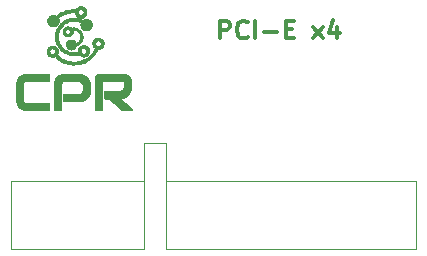
<source format=gbr>
%TF.GenerationSoftware,KiCad,Pcbnew,4.0.7*%
%TF.CreationDate,2018-05-24T10:46:57+03:00*%
%TF.ProjectId,x4,78342E6B696361645F70636200000000,rev?*%
%TF.FileFunction,Legend,Top*%
%FSLAX46Y46*%
G04 Gerber Fmt 4.6, Leading zero omitted, Abs format (unit mm)*
G04 Created by KiCad (PCBNEW 4.0.7) date 05/24/18 10:46:57*
%MOMM*%
%LPD*%
G01*
G04 APERTURE LIST*
%ADD10C,0.100000*%
%ADD11C,0.300000*%
%ADD12C,0.120000*%
%ADD13C,0.010000*%
G04 APERTURE END LIST*
D10*
D11*
X152320000Y-109928571D02*
X152320000Y-108428571D01*
X152891428Y-108428571D01*
X153034286Y-108500000D01*
X153105714Y-108571429D01*
X153177143Y-108714286D01*
X153177143Y-108928571D01*
X153105714Y-109071429D01*
X153034286Y-109142857D01*
X152891428Y-109214286D01*
X152320000Y-109214286D01*
X154677143Y-109785714D02*
X154605714Y-109857143D01*
X154391428Y-109928571D01*
X154248571Y-109928571D01*
X154034286Y-109857143D01*
X153891428Y-109714286D01*
X153820000Y-109571429D01*
X153748571Y-109285714D01*
X153748571Y-109071429D01*
X153820000Y-108785714D01*
X153891428Y-108642857D01*
X154034286Y-108500000D01*
X154248571Y-108428571D01*
X154391428Y-108428571D01*
X154605714Y-108500000D01*
X154677143Y-108571429D01*
X155320000Y-109928571D02*
X155320000Y-108428571D01*
X156034286Y-109357143D02*
X157177143Y-109357143D01*
X157891429Y-109142857D02*
X158391429Y-109142857D01*
X158605715Y-109928571D02*
X157891429Y-109928571D01*
X157891429Y-108428571D01*
X158605715Y-108428571D01*
X160248572Y-109928571D02*
X161034286Y-108928571D01*
X160248572Y-108928571D02*
X161034286Y-109928571D01*
X162248572Y-108928571D02*
X162248572Y-109928571D01*
X161891429Y-108357143D02*
X161534286Y-109428571D01*
X162462858Y-109428571D01*
D12*
X168930000Y-127770000D02*
X155020000Y-127770000D01*
X168930000Y-121970000D02*
X155030000Y-121970000D01*
X168930000Y-121970000D02*
X168930000Y-127770000D01*
X145930000Y-121970000D02*
X145930000Y-118770000D01*
X145930000Y-118770000D02*
X147730000Y-118770000D01*
X147730000Y-118770000D02*
X147730000Y-121970000D01*
X134630000Y-121970000D02*
X145930000Y-121970000D01*
X145930000Y-121970000D02*
X145930000Y-127770000D01*
X145930000Y-127770000D02*
X134630000Y-127770000D01*
X134630000Y-127770000D02*
X134630000Y-121970000D01*
X155030000Y-121970000D02*
X147730000Y-121970000D01*
X147730000Y-127770000D02*
X155030000Y-127770000D01*
X147730000Y-121970000D02*
X147730000Y-127770000D01*
D13*
G36*
X139806547Y-112936006D02*
X139888607Y-112936122D01*
X139968715Y-112936317D01*
X140045897Y-112936589D01*
X140119175Y-112936939D01*
X140187573Y-112937367D01*
X140250114Y-112937873D01*
X140305822Y-112938457D01*
X140353719Y-112939118D01*
X140392829Y-112939858D01*
X140422175Y-112940675D01*
X140440781Y-112941570D01*
X140447670Y-112942543D01*
X140447675Y-112942550D01*
X140455378Y-112945365D01*
X140472680Y-112947540D01*
X140496484Y-112948753D01*
X140508769Y-112948900D01*
X140541988Y-112950355D01*
X140573805Y-112954322D01*
X140601376Y-112960197D01*
X140621861Y-112967379D01*
X140632296Y-112975062D01*
X140640295Y-112978628D01*
X140655882Y-112980544D01*
X140660774Y-112980650D01*
X140676541Y-112982078D01*
X140685217Y-112985639D01*
X140685800Y-112987000D01*
X140691101Y-112992210D01*
X140698125Y-112993350D01*
X140710281Y-112996265D01*
X140714375Y-112999700D01*
X140723402Y-113005185D01*
X140729625Y-113006050D01*
X140739950Y-113008737D01*
X140757460Y-113015728D01*
X140778850Y-113025417D01*
X140800813Y-113036199D01*
X140820044Y-113046468D01*
X140833237Y-113054618D01*
X140837141Y-113058273D01*
X140844450Y-113062910D01*
X140847278Y-113063200D01*
X140860841Y-113066678D01*
X140878574Y-113075103D01*
X140894752Y-113085461D01*
X140901809Y-113091906D01*
X140912188Y-113099881D01*
X140917553Y-113101300D01*
X140925868Y-113105577D01*
X140939531Y-113116705D01*
X140953194Y-113129875D01*
X140968906Y-113144865D01*
X140982016Y-113155212D01*
X140988801Y-113158450D01*
X140996422Y-113162809D01*
X141010436Y-113174471D01*
X141028728Y-113191311D01*
X141049182Y-113211204D01*
X141069682Y-113232026D01*
X141088112Y-113251651D01*
X141102355Y-113267957D01*
X141110296Y-113278817D01*
X141111250Y-113281394D01*
X141115562Y-113290907D01*
X141126114Y-113303371D01*
X141127798Y-113304980D01*
X141140858Y-113319202D01*
X141149801Y-113332542D01*
X141150048Y-113333075D01*
X141157051Y-113345164D01*
X141168874Y-113362501D01*
X141177649Y-113374350D01*
X141198038Y-113402975D01*
X141212129Y-113427072D01*
X141218808Y-113444653D01*
X141219200Y-113448350D01*
X141222964Y-113456154D01*
X141225550Y-113456900D01*
X141230781Y-113462194D01*
X141231900Y-113469070D01*
X141234051Y-113480193D01*
X141236662Y-113483358D01*
X141243043Y-113490723D01*
X141251880Y-113506188D01*
X141261389Y-113525882D01*
X141269784Y-113545934D01*
X141275278Y-113562472D01*
X141276449Y-113569612D01*
X141278762Y-113580761D01*
X141282700Y-113583900D01*
X141287192Y-113589409D01*
X141289050Y-113602575D01*
X141291007Y-113617239D01*
X141295400Y-113625175D01*
X141300599Y-113634034D01*
X141301951Y-113643012D01*
X141305934Y-113659274D01*
X141311476Y-113669251D01*
X141318171Y-113684411D01*
X141320800Y-113702213D01*
X141322384Y-113717454D01*
X141326222Y-113726180D01*
X141326479Y-113726360D01*
X141330980Y-113734297D01*
X141335494Y-113750024D01*
X141336849Y-113756897D01*
X141338120Y-113770293D01*
X141339296Y-113794327D01*
X141340368Y-113827529D01*
X141341329Y-113868429D01*
X141342172Y-113915558D01*
X141342887Y-113967445D01*
X141343469Y-114022620D01*
X141343909Y-114079614D01*
X141344199Y-114136956D01*
X141344332Y-114193177D01*
X141344300Y-114246807D01*
X141344095Y-114296375D01*
X141343710Y-114340413D01*
X141343138Y-114377449D01*
X141342369Y-114406013D01*
X141341398Y-114424637D01*
X141340374Y-114431625D01*
X141335587Y-114446246D01*
X141331698Y-114465957D01*
X141331202Y-114469725D01*
X141326459Y-114501145D01*
X141320471Y-114528339D01*
X141314002Y-114548316D01*
X141308859Y-114557230D01*
X141302615Y-114569454D01*
X141301750Y-114575769D01*
X141298828Y-114585378D01*
X141295400Y-114587200D01*
X141290907Y-114592709D01*
X141289050Y-114605875D01*
X141287092Y-114620539D01*
X141282700Y-114628475D01*
X141277268Y-114637477D01*
X141276350Y-114644071D01*
X141273457Y-114654827D01*
X141265765Y-114673673D01*
X141254751Y-114697658D01*
X141241889Y-114723831D01*
X141228659Y-114749240D01*
X141216535Y-114770937D01*
X141206995Y-114785968D01*
X141202975Y-114790689D01*
X141195132Y-114800886D01*
X141193800Y-114805945D01*
X141189523Y-114815166D01*
X141179109Y-114827366D01*
X141177925Y-114828500D01*
X141167102Y-114840836D01*
X141162091Y-114850824D01*
X141162050Y-114851445D01*
X141157706Y-114858550D01*
X141145839Y-114872590D01*
X141128194Y-114891818D01*
X141106516Y-114914489D01*
X141082550Y-114938854D01*
X141058040Y-114963169D01*
X141034734Y-114985686D01*
X141014374Y-115004659D01*
X140998707Y-115018342D01*
X140989478Y-115024988D01*
X140988280Y-115025350D01*
X140979160Y-115029615D01*
X140966185Y-115040257D01*
X140962025Y-115044400D01*
X140948926Y-115056360D01*
X140938486Y-115062982D01*
X140936421Y-115063450D01*
X140927013Y-115067762D01*
X140917551Y-115076175D01*
X140905504Y-115085988D01*
X140886684Y-115097771D01*
X140872117Y-115105496D01*
X140854043Y-115115206D01*
X140841739Y-115123477D01*
X140838200Y-115127695D01*
X140832705Y-115131722D01*
X140820256Y-115133300D01*
X140800722Y-115138857D01*
X140787400Y-115149175D01*
X140773995Y-115160095D01*
X140761730Y-115165026D01*
X140761086Y-115165050D01*
X140748398Y-115168052D01*
X140731270Y-115175495D01*
X140727075Y-115177750D01*
X140707517Y-115186122D01*
X140688576Y-115190332D01*
X140685832Y-115190450D01*
X140669214Y-115193560D01*
X140648415Y-115201443D01*
X140638765Y-115206325D01*
X140606443Y-115219148D01*
X140582888Y-115222200D01*
X140560805Y-115224515D01*
X140534708Y-115230426D01*
X140520700Y-115234900D01*
X140515030Y-115236875D01*
X140508959Y-115238634D01*
X140501754Y-115240189D01*
X140492687Y-115241554D01*
X140481026Y-115242740D01*
X140466043Y-115243760D01*
X140447006Y-115244626D01*
X140423186Y-115245351D01*
X140393852Y-115245948D01*
X140358275Y-115246429D01*
X140315724Y-115246806D01*
X140265470Y-115247092D01*
X140206781Y-115247300D01*
X140138929Y-115247442D01*
X140061182Y-115247530D01*
X139972811Y-115247577D01*
X139873086Y-115247596D01*
X139779650Y-115247600D01*
X139669850Y-115247595D01*
X139572049Y-115247574D01*
X139485544Y-115247524D01*
X139409636Y-115247433D01*
X139343621Y-115247289D01*
X139286799Y-115247079D01*
X139238469Y-115246793D01*
X139197929Y-115246417D01*
X139164477Y-115245940D01*
X139137412Y-115245349D01*
X139116032Y-115244632D01*
X139099637Y-115243778D01*
X139087524Y-115242775D01*
X139078993Y-115241609D01*
X139073341Y-115240269D01*
X139069868Y-115238744D01*
X139067872Y-115237020D01*
X139066773Y-115235317D01*
X139065160Y-115226020D01*
X139063767Y-115205641D01*
X139062593Y-115175800D01*
X139061639Y-115138112D01*
X139060904Y-115094196D01*
X139060388Y-115045669D01*
X139060092Y-114994147D01*
X139060015Y-114941249D01*
X139060157Y-114888592D01*
X139060519Y-114837793D01*
X139061100Y-114790470D01*
X139061900Y-114748240D01*
X139062920Y-114712719D01*
X139064159Y-114685527D01*
X139065618Y-114668279D01*
X139066773Y-114662982D01*
X139068140Y-114660934D01*
X139070418Y-114659128D01*
X139074365Y-114657548D01*
X139080736Y-114656178D01*
X139090289Y-114655004D01*
X139103779Y-114654011D01*
X139121963Y-114653184D01*
X139145599Y-114652507D01*
X139175441Y-114651966D01*
X139212247Y-114651545D01*
X139256773Y-114651229D01*
X139309776Y-114651004D01*
X139372012Y-114650853D01*
X139444237Y-114650763D01*
X139527209Y-114650717D01*
X139621683Y-114650701D01*
X139682348Y-114650700D01*
X139797218Y-114650633D01*
X139900520Y-114650435D01*
X139992128Y-114650106D01*
X140071915Y-114649648D01*
X140139755Y-114649062D01*
X140195519Y-114648349D01*
X140239083Y-114647511D01*
X140270318Y-114646550D01*
X140289099Y-114645465D01*
X140295275Y-114644350D01*
X140303276Y-114640937D01*
X140319959Y-114638632D01*
X140336550Y-114638000D01*
X140357242Y-114636998D01*
X140372403Y-114634404D01*
X140377825Y-114631650D01*
X140386163Y-114627565D01*
X140401914Y-114625403D01*
X140406400Y-114625300D01*
X140423182Y-114623802D01*
X140433871Y-114620089D01*
X140434975Y-114618950D01*
X140444117Y-114613212D01*
X140448669Y-114612600D01*
X140459477Y-114609728D01*
X140478039Y-114602193D01*
X140501074Y-114591615D01*
X140525298Y-114579613D01*
X140547431Y-114567806D01*
X140564190Y-114557814D01*
X140571900Y-114551792D01*
X140581954Y-114544031D01*
X140586803Y-114542750D01*
X140595035Y-114538371D01*
X140608425Y-114527234D01*
X140623996Y-114512333D01*
X140638774Y-114496663D01*
X140649783Y-114483220D01*
X140654050Y-114475046D01*
X140658449Y-114465497D01*
X140663322Y-114460409D01*
X140671275Y-114450242D01*
X140681793Y-114432353D01*
X140692950Y-114410652D01*
X140702820Y-114389050D01*
X140709476Y-114371457D01*
X140711200Y-114363235D01*
X140714680Y-114351960D01*
X140717550Y-114349075D01*
X140722510Y-114340299D01*
X140723900Y-114330025D01*
X140726296Y-114316728D01*
X140730250Y-114310975D01*
X140732184Y-114303445D01*
X140733795Y-114283879D01*
X140735062Y-114252935D01*
X140735964Y-114211273D01*
X140736480Y-114159552D01*
X140736600Y-114114125D01*
X140736391Y-114055229D01*
X140735780Y-114005894D01*
X140734787Y-113966777D01*
X140733434Y-113938540D01*
X140731742Y-113921840D01*
X140730250Y-113917275D01*
X140726165Y-113908936D01*
X140724003Y-113893185D01*
X140723900Y-113888700D01*
X140722402Y-113871917D01*
X140718689Y-113861228D01*
X140717550Y-113860125D01*
X140712118Y-113851122D01*
X140711200Y-113844523D01*
X140708161Y-113832344D01*
X140700447Y-113814652D01*
X140695401Y-113805210D01*
X140686057Y-113786308D01*
X140680348Y-113769832D01*
X140679526Y-113764271D01*
X140674951Y-113750031D01*
X140666750Y-113739475D01*
X140657241Y-113728462D01*
X140654049Y-113720879D01*
X140649775Y-113713847D01*
X140638464Y-113700484D01*
X140622381Y-113683081D01*
X140603793Y-113663931D01*
X140584967Y-113645329D01*
X140568168Y-113629566D01*
X140555663Y-113618937D01*
X140550051Y-113615650D01*
X140542184Y-113611898D01*
X140529332Y-113602598D01*
X140525891Y-113599775D01*
X140511427Y-113589445D01*
X140499670Y-113584103D01*
X140497987Y-113583900D01*
X140489854Y-113580311D01*
X140488950Y-113577550D01*
X140483648Y-113572339D01*
X140476624Y-113571200D01*
X140464468Y-113568284D01*
X140460375Y-113564850D01*
X140452237Y-113561165D01*
X140435894Y-113558874D01*
X140425075Y-113558500D01*
X140407086Y-113557344D01*
X140395736Y-113554395D01*
X140393700Y-113552150D01*
X140387361Y-113550993D01*
X140368392Y-113549951D01*
X140336860Y-113549023D01*
X140292833Y-113548212D01*
X140236381Y-113547517D01*
X140167572Y-113546938D01*
X140086473Y-113546478D01*
X139993154Y-113546135D01*
X139887683Y-113545912D01*
X139770128Y-113545808D01*
X139724149Y-113545800D01*
X139603125Y-113545860D01*
X139493764Y-113546040D01*
X139396176Y-113546340D01*
X139310471Y-113546757D01*
X139236760Y-113547291D01*
X139175153Y-113547942D01*
X139125760Y-113548707D01*
X139088691Y-113549586D01*
X139064058Y-113550577D01*
X139051970Y-113551681D01*
X139050675Y-113552150D01*
X139042252Y-113556400D01*
X139026786Y-113558463D01*
X139024351Y-113558500D01*
X139011217Y-113559936D01*
X138998990Y-113565550D01*
X138984561Y-113577304D01*
X138967576Y-113594277D01*
X138948053Y-113616646D01*
X138936229Y-113634726D01*
X138933200Y-113644702D01*
X138931000Y-113657618D01*
X138927520Y-113662860D01*
X138923008Y-113670795D01*
X138918463Y-113686519D01*
X138917093Y-113693397D01*
X138916568Y-113702537D01*
X138916017Y-113723715D01*
X138915443Y-113756270D01*
X138914852Y-113799541D01*
X138914249Y-113852867D01*
X138913639Y-113915586D01*
X138913027Y-113987037D01*
X138912417Y-114066558D01*
X138911815Y-114153489D01*
X138911226Y-114247167D01*
X138910655Y-114346932D01*
X138910106Y-114452122D01*
X138909585Y-114562075D01*
X138909096Y-114676131D01*
X138908645Y-114793628D01*
X138908485Y-114838946D01*
X138907999Y-114978743D01*
X138907546Y-115106399D01*
X138907117Y-115222472D01*
X138906704Y-115327521D01*
X138906299Y-115422105D01*
X138905895Y-115506782D01*
X138905484Y-115582111D01*
X138905057Y-115648652D01*
X138904607Y-115706961D01*
X138904126Y-115757599D01*
X138903607Y-115801124D01*
X138903040Y-115838094D01*
X138902419Y-115869068D01*
X138901736Y-115894605D01*
X138900982Y-115915264D01*
X138900150Y-115931602D01*
X138899232Y-115944180D01*
X138898219Y-115953555D01*
X138897105Y-115960287D01*
X138895882Y-115964933D01*
X138894540Y-115968053D01*
X138893073Y-115970205D01*
X138892528Y-115970834D01*
X138889341Y-115974057D01*
X138885382Y-115976715D01*
X138879486Y-115978863D01*
X138870486Y-115980555D01*
X138857217Y-115981846D01*
X138838514Y-115982789D01*
X138813210Y-115983439D01*
X138780140Y-115983851D01*
X138738140Y-115984078D01*
X138686041Y-115984176D01*
X138622681Y-115984199D01*
X138606175Y-115984200D01*
X138539804Y-115984173D01*
X138484978Y-115984062D01*
X138440542Y-115983820D01*
X138405341Y-115983399D01*
X138378219Y-115982753D01*
X138358021Y-115981834D01*
X138343593Y-115980595D01*
X138333778Y-115978990D01*
X138327423Y-115976970D01*
X138323372Y-115974489D01*
X138321409Y-115972587D01*
X138320143Y-115970524D01*
X138318982Y-115966900D01*
X138317922Y-115961185D01*
X138316959Y-115952851D01*
X138316087Y-115941368D01*
X138315302Y-115926207D01*
X138314599Y-115906839D01*
X138313975Y-115882735D01*
X138313425Y-115853365D01*
X138312943Y-115818202D01*
X138312526Y-115776715D01*
X138312169Y-115728375D01*
X138311867Y-115672654D01*
X138311616Y-115609021D01*
X138311412Y-115536949D01*
X138311249Y-115455908D01*
X138311124Y-115365369D01*
X138311031Y-115264802D01*
X138310967Y-115153679D01*
X138310927Y-115031470D01*
X138310906Y-114897647D01*
X138310900Y-114751680D01*
X138310900Y-114743862D01*
X138310933Y-114576018D01*
X138311032Y-114420509D01*
X138311197Y-114277363D01*
X138311428Y-114146608D01*
X138311725Y-114028272D01*
X138312087Y-113922384D01*
X138312514Y-113828973D01*
X138313007Y-113748065D01*
X138313565Y-113679690D01*
X138314188Y-113623876D01*
X138314875Y-113580651D01*
X138315628Y-113550044D01*
X138316444Y-113532082D01*
X138317250Y-113526750D01*
X138321440Y-113521166D01*
X138323542Y-113507429D01*
X138323600Y-113504438D01*
X138325198Y-113485946D01*
X138329070Y-113471625D01*
X138329331Y-113471101D01*
X138334516Y-113458365D01*
X138340773Y-113439385D01*
X138343079Y-113431500D01*
X138350393Y-113410635D01*
X138361451Y-113384784D01*
X138372272Y-113362653D01*
X138382785Y-113341474D01*
X138390364Y-113323940D01*
X138393442Y-113313695D01*
X138393450Y-113313440D01*
X138396981Y-113305371D01*
X138399636Y-113304500D01*
X138406385Y-113299401D01*
X138414887Y-113286885D01*
X138416187Y-113284459D01*
X138427038Y-113266515D01*
X138438574Y-113251512D01*
X138438575Y-113251512D01*
X138447496Y-113239571D01*
X138450600Y-113231466D01*
X138454949Y-113224472D01*
X138466641Y-113210925D01*
X138483636Y-113192833D01*
X138503899Y-113172207D01*
X138525391Y-113151055D01*
X138546076Y-113131388D01*
X138563915Y-113115214D01*
X138576872Y-113104543D01*
X138582572Y-113101300D01*
X138590922Y-113097145D01*
X138603685Y-113086746D01*
X138608373Y-113082250D01*
X138622390Y-113070331D01*
X138634275Y-113063692D01*
X138636907Y-113063200D01*
X138646664Y-113060489D01*
X138648508Y-113058437D01*
X138654925Y-113053528D01*
X138670003Y-113044810D01*
X138690838Y-113033728D01*
X138714531Y-113021729D01*
X138738180Y-113010261D01*
X138758884Y-113000769D01*
X138773741Y-112994700D01*
X138779212Y-112993263D01*
X138786585Y-112989339D01*
X138787150Y-112987000D01*
X138792777Y-112982999D01*
X138806813Y-112980797D01*
X138812175Y-112980650D01*
X138828945Y-112979355D01*
X138839517Y-112976140D01*
X138840653Y-112975062D01*
X138850762Y-112967880D01*
X138870176Y-112960875D01*
X138895517Y-112954846D01*
X138923405Y-112950589D01*
X138950462Y-112948902D01*
X138951480Y-112948900D01*
X138974108Y-112948054D01*
X138991403Y-112945832D01*
X138999765Y-112942705D01*
X138999875Y-112942550D01*
X139006687Y-112941576D01*
X139025223Y-112940680D01*
X139054506Y-112939863D01*
X139093558Y-112939123D01*
X139141403Y-112938461D01*
X139197064Y-112937876D01*
X139259566Y-112937370D01*
X139327930Y-112936942D01*
X139401181Y-112936591D01*
X139478341Y-112936318D01*
X139558435Y-112936123D01*
X139640485Y-112936006D01*
X139723515Y-112935967D01*
X139806547Y-112936006D01*
X139806547Y-112936006D01*
G37*
X139806547Y-112936006D02*
X139888607Y-112936122D01*
X139968715Y-112936317D01*
X140045897Y-112936589D01*
X140119175Y-112936939D01*
X140187573Y-112937367D01*
X140250114Y-112937873D01*
X140305822Y-112938457D01*
X140353719Y-112939118D01*
X140392829Y-112939858D01*
X140422175Y-112940675D01*
X140440781Y-112941570D01*
X140447670Y-112942543D01*
X140447675Y-112942550D01*
X140455378Y-112945365D01*
X140472680Y-112947540D01*
X140496484Y-112948753D01*
X140508769Y-112948900D01*
X140541988Y-112950355D01*
X140573805Y-112954322D01*
X140601376Y-112960197D01*
X140621861Y-112967379D01*
X140632296Y-112975062D01*
X140640295Y-112978628D01*
X140655882Y-112980544D01*
X140660774Y-112980650D01*
X140676541Y-112982078D01*
X140685217Y-112985639D01*
X140685800Y-112987000D01*
X140691101Y-112992210D01*
X140698125Y-112993350D01*
X140710281Y-112996265D01*
X140714375Y-112999700D01*
X140723402Y-113005185D01*
X140729625Y-113006050D01*
X140739950Y-113008737D01*
X140757460Y-113015728D01*
X140778850Y-113025417D01*
X140800813Y-113036199D01*
X140820044Y-113046468D01*
X140833237Y-113054618D01*
X140837141Y-113058273D01*
X140844450Y-113062910D01*
X140847278Y-113063200D01*
X140860841Y-113066678D01*
X140878574Y-113075103D01*
X140894752Y-113085461D01*
X140901809Y-113091906D01*
X140912188Y-113099881D01*
X140917553Y-113101300D01*
X140925868Y-113105577D01*
X140939531Y-113116705D01*
X140953194Y-113129875D01*
X140968906Y-113144865D01*
X140982016Y-113155212D01*
X140988801Y-113158450D01*
X140996422Y-113162809D01*
X141010436Y-113174471D01*
X141028728Y-113191311D01*
X141049182Y-113211204D01*
X141069682Y-113232026D01*
X141088112Y-113251651D01*
X141102355Y-113267957D01*
X141110296Y-113278817D01*
X141111250Y-113281394D01*
X141115562Y-113290907D01*
X141126114Y-113303371D01*
X141127798Y-113304980D01*
X141140858Y-113319202D01*
X141149801Y-113332542D01*
X141150048Y-113333075D01*
X141157051Y-113345164D01*
X141168874Y-113362501D01*
X141177649Y-113374350D01*
X141198038Y-113402975D01*
X141212129Y-113427072D01*
X141218808Y-113444653D01*
X141219200Y-113448350D01*
X141222964Y-113456154D01*
X141225550Y-113456900D01*
X141230781Y-113462194D01*
X141231900Y-113469070D01*
X141234051Y-113480193D01*
X141236662Y-113483358D01*
X141243043Y-113490723D01*
X141251880Y-113506188D01*
X141261389Y-113525882D01*
X141269784Y-113545934D01*
X141275278Y-113562472D01*
X141276449Y-113569612D01*
X141278762Y-113580761D01*
X141282700Y-113583900D01*
X141287192Y-113589409D01*
X141289050Y-113602575D01*
X141291007Y-113617239D01*
X141295400Y-113625175D01*
X141300599Y-113634034D01*
X141301951Y-113643012D01*
X141305934Y-113659274D01*
X141311476Y-113669251D01*
X141318171Y-113684411D01*
X141320800Y-113702213D01*
X141322384Y-113717454D01*
X141326222Y-113726180D01*
X141326479Y-113726360D01*
X141330980Y-113734297D01*
X141335494Y-113750024D01*
X141336849Y-113756897D01*
X141338120Y-113770293D01*
X141339296Y-113794327D01*
X141340368Y-113827529D01*
X141341329Y-113868429D01*
X141342172Y-113915558D01*
X141342887Y-113967445D01*
X141343469Y-114022620D01*
X141343909Y-114079614D01*
X141344199Y-114136956D01*
X141344332Y-114193177D01*
X141344300Y-114246807D01*
X141344095Y-114296375D01*
X141343710Y-114340413D01*
X141343138Y-114377449D01*
X141342369Y-114406013D01*
X141341398Y-114424637D01*
X141340374Y-114431625D01*
X141335587Y-114446246D01*
X141331698Y-114465957D01*
X141331202Y-114469725D01*
X141326459Y-114501145D01*
X141320471Y-114528339D01*
X141314002Y-114548316D01*
X141308859Y-114557230D01*
X141302615Y-114569454D01*
X141301750Y-114575769D01*
X141298828Y-114585378D01*
X141295400Y-114587200D01*
X141290907Y-114592709D01*
X141289050Y-114605875D01*
X141287092Y-114620539D01*
X141282700Y-114628475D01*
X141277268Y-114637477D01*
X141276350Y-114644071D01*
X141273457Y-114654827D01*
X141265765Y-114673673D01*
X141254751Y-114697658D01*
X141241889Y-114723831D01*
X141228659Y-114749240D01*
X141216535Y-114770937D01*
X141206995Y-114785968D01*
X141202975Y-114790689D01*
X141195132Y-114800886D01*
X141193800Y-114805945D01*
X141189523Y-114815166D01*
X141179109Y-114827366D01*
X141177925Y-114828500D01*
X141167102Y-114840836D01*
X141162091Y-114850824D01*
X141162050Y-114851445D01*
X141157706Y-114858550D01*
X141145839Y-114872590D01*
X141128194Y-114891818D01*
X141106516Y-114914489D01*
X141082550Y-114938854D01*
X141058040Y-114963169D01*
X141034734Y-114985686D01*
X141014374Y-115004659D01*
X140998707Y-115018342D01*
X140989478Y-115024988D01*
X140988280Y-115025350D01*
X140979160Y-115029615D01*
X140966185Y-115040257D01*
X140962025Y-115044400D01*
X140948926Y-115056360D01*
X140938486Y-115062982D01*
X140936421Y-115063450D01*
X140927013Y-115067762D01*
X140917551Y-115076175D01*
X140905504Y-115085988D01*
X140886684Y-115097771D01*
X140872117Y-115105496D01*
X140854043Y-115115206D01*
X140841739Y-115123477D01*
X140838200Y-115127695D01*
X140832705Y-115131722D01*
X140820256Y-115133300D01*
X140800722Y-115138857D01*
X140787400Y-115149175D01*
X140773995Y-115160095D01*
X140761730Y-115165026D01*
X140761086Y-115165050D01*
X140748398Y-115168052D01*
X140731270Y-115175495D01*
X140727075Y-115177750D01*
X140707517Y-115186122D01*
X140688576Y-115190332D01*
X140685832Y-115190450D01*
X140669214Y-115193560D01*
X140648415Y-115201443D01*
X140638765Y-115206325D01*
X140606443Y-115219148D01*
X140582888Y-115222200D01*
X140560805Y-115224515D01*
X140534708Y-115230426D01*
X140520700Y-115234900D01*
X140515030Y-115236875D01*
X140508959Y-115238634D01*
X140501754Y-115240189D01*
X140492687Y-115241554D01*
X140481026Y-115242740D01*
X140466043Y-115243760D01*
X140447006Y-115244626D01*
X140423186Y-115245351D01*
X140393852Y-115245948D01*
X140358275Y-115246429D01*
X140315724Y-115246806D01*
X140265470Y-115247092D01*
X140206781Y-115247300D01*
X140138929Y-115247442D01*
X140061182Y-115247530D01*
X139972811Y-115247577D01*
X139873086Y-115247596D01*
X139779650Y-115247600D01*
X139669850Y-115247595D01*
X139572049Y-115247574D01*
X139485544Y-115247524D01*
X139409636Y-115247433D01*
X139343621Y-115247289D01*
X139286799Y-115247079D01*
X139238469Y-115246793D01*
X139197929Y-115246417D01*
X139164477Y-115245940D01*
X139137412Y-115245349D01*
X139116032Y-115244632D01*
X139099637Y-115243778D01*
X139087524Y-115242775D01*
X139078993Y-115241609D01*
X139073341Y-115240269D01*
X139069868Y-115238744D01*
X139067872Y-115237020D01*
X139066773Y-115235317D01*
X139065160Y-115226020D01*
X139063767Y-115205641D01*
X139062593Y-115175800D01*
X139061639Y-115138112D01*
X139060904Y-115094196D01*
X139060388Y-115045669D01*
X139060092Y-114994147D01*
X139060015Y-114941249D01*
X139060157Y-114888592D01*
X139060519Y-114837793D01*
X139061100Y-114790470D01*
X139061900Y-114748240D01*
X139062920Y-114712719D01*
X139064159Y-114685527D01*
X139065618Y-114668279D01*
X139066773Y-114662982D01*
X139068140Y-114660934D01*
X139070418Y-114659128D01*
X139074365Y-114657548D01*
X139080736Y-114656178D01*
X139090289Y-114655004D01*
X139103779Y-114654011D01*
X139121963Y-114653184D01*
X139145599Y-114652507D01*
X139175441Y-114651966D01*
X139212247Y-114651545D01*
X139256773Y-114651229D01*
X139309776Y-114651004D01*
X139372012Y-114650853D01*
X139444237Y-114650763D01*
X139527209Y-114650717D01*
X139621683Y-114650701D01*
X139682348Y-114650700D01*
X139797218Y-114650633D01*
X139900520Y-114650435D01*
X139992128Y-114650106D01*
X140071915Y-114649648D01*
X140139755Y-114649062D01*
X140195519Y-114648349D01*
X140239083Y-114647511D01*
X140270318Y-114646550D01*
X140289099Y-114645465D01*
X140295275Y-114644350D01*
X140303276Y-114640937D01*
X140319959Y-114638632D01*
X140336550Y-114638000D01*
X140357242Y-114636998D01*
X140372403Y-114634404D01*
X140377825Y-114631650D01*
X140386163Y-114627565D01*
X140401914Y-114625403D01*
X140406400Y-114625300D01*
X140423182Y-114623802D01*
X140433871Y-114620089D01*
X140434975Y-114618950D01*
X140444117Y-114613212D01*
X140448669Y-114612600D01*
X140459477Y-114609728D01*
X140478039Y-114602193D01*
X140501074Y-114591615D01*
X140525298Y-114579613D01*
X140547431Y-114567806D01*
X140564190Y-114557814D01*
X140571900Y-114551792D01*
X140581954Y-114544031D01*
X140586803Y-114542750D01*
X140595035Y-114538371D01*
X140608425Y-114527234D01*
X140623996Y-114512333D01*
X140638774Y-114496663D01*
X140649783Y-114483220D01*
X140654050Y-114475046D01*
X140658449Y-114465497D01*
X140663322Y-114460409D01*
X140671275Y-114450242D01*
X140681793Y-114432353D01*
X140692950Y-114410652D01*
X140702820Y-114389050D01*
X140709476Y-114371457D01*
X140711200Y-114363235D01*
X140714680Y-114351960D01*
X140717550Y-114349075D01*
X140722510Y-114340299D01*
X140723900Y-114330025D01*
X140726296Y-114316728D01*
X140730250Y-114310975D01*
X140732184Y-114303445D01*
X140733795Y-114283879D01*
X140735062Y-114252935D01*
X140735964Y-114211273D01*
X140736480Y-114159552D01*
X140736600Y-114114125D01*
X140736391Y-114055229D01*
X140735780Y-114005894D01*
X140734787Y-113966777D01*
X140733434Y-113938540D01*
X140731742Y-113921840D01*
X140730250Y-113917275D01*
X140726165Y-113908936D01*
X140724003Y-113893185D01*
X140723900Y-113888700D01*
X140722402Y-113871917D01*
X140718689Y-113861228D01*
X140717550Y-113860125D01*
X140712118Y-113851122D01*
X140711200Y-113844523D01*
X140708161Y-113832344D01*
X140700447Y-113814652D01*
X140695401Y-113805210D01*
X140686057Y-113786308D01*
X140680348Y-113769832D01*
X140679526Y-113764271D01*
X140674951Y-113750031D01*
X140666750Y-113739475D01*
X140657241Y-113728462D01*
X140654049Y-113720879D01*
X140649775Y-113713847D01*
X140638464Y-113700484D01*
X140622381Y-113683081D01*
X140603793Y-113663931D01*
X140584967Y-113645329D01*
X140568168Y-113629566D01*
X140555663Y-113618937D01*
X140550051Y-113615650D01*
X140542184Y-113611898D01*
X140529332Y-113602598D01*
X140525891Y-113599775D01*
X140511427Y-113589445D01*
X140499670Y-113584103D01*
X140497987Y-113583900D01*
X140489854Y-113580311D01*
X140488950Y-113577550D01*
X140483648Y-113572339D01*
X140476624Y-113571200D01*
X140464468Y-113568284D01*
X140460375Y-113564850D01*
X140452237Y-113561165D01*
X140435894Y-113558874D01*
X140425075Y-113558500D01*
X140407086Y-113557344D01*
X140395736Y-113554395D01*
X140393700Y-113552150D01*
X140387361Y-113550993D01*
X140368392Y-113549951D01*
X140336860Y-113549023D01*
X140292833Y-113548212D01*
X140236381Y-113547517D01*
X140167572Y-113546938D01*
X140086473Y-113546478D01*
X139993154Y-113546135D01*
X139887683Y-113545912D01*
X139770128Y-113545808D01*
X139724149Y-113545800D01*
X139603125Y-113545860D01*
X139493764Y-113546040D01*
X139396176Y-113546340D01*
X139310471Y-113546757D01*
X139236760Y-113547291D01*
X139175153Y-113547942D01*
X139125760Y-113548707D01*
X139088691Y-113549586D01*
X139064058Y-113550577D01*
X139051970Y-113551681D01*
X139050675Y-113552150D01*
X139042252Y-113556400D01*
X139026786Y-113558463D01*
X139024351Y-113558500D01*
X139011217Y-113559936D01*
X138998990Y-113565550D01*
X138984561Y-113577304D01*
X138967576Y-113594277D01*
X138948053Y-113616646D01*
X138936229Y-113634726D01*
X138933200Y-113644702D01*
X138931000Y-113657618D01*
X138927520Y-113662860D01*
X138923008Y-113670795D01*
X138918463Y-113686519D01*
X138917093Y-113693397D01*
X138916568Y-113702537D01*
X138916017Y-113723715D01*
X138915443Y-113756270D01*
X138914852Y-113799541D01*
X138914249Y-113852867D01*
X138913639Y-113915586D01*
X138913027Y-113987037D01*
X138912417Y-114066558D01*
X138911815Y-114153489D01*
X138911226Y-114247167D01*
X138910655Y-114346932D01*
X138910106Y-114452122D01*
X138909585Y-114562075D01*
X138909096Y-114676131D01*
X138908645Y-114793628D01*
X138908485Y-114838946D01*
X138907999Y-114978743D01*
X138907546Y-115106399D01*
X138907117Y-115222472D01*
X138906704Y-115327521D01*
X138906299Y-115422105D01*
X138905895Y-115506782D01*
X138905484Y-115582111D01*
X138905057Y-115648652D01*
X138904607Y-115706961D01*
X138904126Y-115757599D01*
X138903607Y-115801124D01*
X138903040Y-115838094D01*
X138902419Y-115869068D01*
X138901736Y-115894605D01*
X138900982Y-115915264D01*
X138900150Y-115931602D01*
X138899232Y-115944180D01*
X138898219Y-115953555D01*
X138897105Y-115960287D01*
X138895882Y-115964933D01*
X138894540Y-115968053D01*
X138893073Y-115970205D01*
X138892528Y-115970834D01*
X138889341Y-115974057D01*
X138885382Y-115976715D01*
X138879486Y-115978863D01*
X138870486Y-115980555D01*
X138857217Y-115981846D01*
X138838514Y-115982789D01*
X138813210Y-115983439D01*
X138780140Y-115983851D01*
X138738140Y-115984078D01*
X138686041Y-115984176D01*
X138622681Y-115984199D01*
X138606175Y-115984200D01*
X138539804Y-115984173D01*
X138484978Y-115984062D01*
X138440542Y-115983820D01*
X138405341Y-115983399D01*
X138378219Y-115982753D01*
X138358021Y-115981834D01*
X138343593Y-115980595D01*
X138333778Y-115978990D01*
X138327423Y-115976970D01*
X138323372Y-115974489D01*
X138321409Y-115972587D01*
X138320143Y-115970524D01*
X138318982Y-115966900D01*
X138317922Y-115961185D01*
X138316959Y-115952851D01*
X138316087Y-115941368D01*
X138315302Y-115926207D01*
X138314599Y-115906839D01*
X138313975Y-115882735D01*
X138313425Y-115853365D01*
X138312943Y-115818202D01*
X138312526Y-115776715D01*
X138312169Y-115728375D01*
X138311867Y-115672654D01*
X138311616Y-115609021D01*
X138311412Y-115536949D01*
X138311249Y-115455908D01*
X138311124Y-115365369D01*
X138311031Y-115264802D01*
X138310967Y-115153679D01*
X138310927Y-115031470D01*
X138310906Y-114897647D01*
X138310900Y-114751680D01*
X138310900Y-114743862D01*
X138310933Y-114576018D01*
X138311032Y-114420509D01*
X138311197Y-114277363D01*
X138311428Y-114146608D01*
X138311725Y-114028272D01*
X138312087Y-113922384D01*
X138312514Y-113828973D01*
X138313007Y-113748065D01*
X138313565Y-113679690D01*
X138314188Y-113623876D01*
X138314875Y-113580651D01*
X138315628Y-113550044D01*
X138316444Y-113532082D01*
X138317250Y-113526750D01*
X138321440Y-113521166D01*
X138323542Y-113507429D01*
X138323600Y-113504438D01*
X138325198Y-113485946D01*
X138329070Y-113471625D01*
X138329331Y-113471101D01*
X138334516Y-113458365D01*
X138340773Y-113439385D01*
X138343079Y-113431500D01*
X138350393Y-113410635D01*
X138361451Y-113384784D01*
X138372272Y-113362653D01*
X138382785Y-113341474D01*
X138390364Y-113323940D01*
X138393442Y-113313695D01*
X138393450Y-113313440D01*
X138396981Y-113305371D01*
X138399636Y-113304500D01*
X138406385Y-113299401D01*
X138414887Y-113286885D01*
X138416187Y-113284459D01*
X138427038Y-113266515D01*
X138438574Y-113251512D01*
X138438575Y-113251512D01*
X138447496Y-113239571D01*
X138450600Y-113231466D01*
X138454949Y-113224472D01*
X138466641Y-113210925D01*
X138483636Y-113192833D01*
X138503899Y-113172207D01*
X138525391Y-113151055D01*
X138546076Y-113131388D01*
X138563915Y-113115214D01*
X138576872Y-113104543D01*
X138582572Y-113101300D01*
X138590922Y-113097145D01*
X138603685Y-113086746D01*
X138608373Y-113082250D01*
X138622390Y-113070331D01*
X138634275Y-113063692D01*
X138636907Y-113063200D01*
X138646664Y-113060489D01*
X138648508Y-113058437D01*
X138654925Y-113053528D01*
X138670003Y-113044810D01*
X138690838Y-113033728D01*
X138714531Y-113021729D01*
X138738180Y-113010261D01*
X138758884Y-113000769D01*
X138773741Y-112994700D01*
X138779212Y-112993263D01*
X138786585Y-112989339D01*
X138787150Y-112987000D01*
X138792777Y-112982999D01*
X138806813Y-112980797D01*
X138812175Y-112980650D01*
X138828945Y-112979355D01*
X138839517Y-112976140D01*
X138840653Y-112975062D01*
X138850762Y-112967880D01*
X138870176Y-112960875D01*
X138895517Y-112954846D01*
X138923405Y-112950589D01*
X138950462Y-112948902D01*
X138951480Y-112948900D01*
X138974108Y-112948054D01*
X138991403Y-112945832D01*
X138999765Y-112942705D01*
X138999875Y-112942550D01*
X139006687Y-112941576D01*
X139025223Y-112940680D01*
X139054506Y-112939863D01*
X139093558Y-112939123D01*
X139141403Y-112938461D01*
X139197064Y-112937876D01*
X139259566Y-112937370D01*
X139327930Y-112936942D01*
X139401181Y-112936591D01*
X139478341Y-112936318D01*
X139558435Y-112936123D01*
X139640485Y-112936006D01*
X139723515Y-112935967D01*
X139806547Y-112936006D01*
G36*
X143173909Y-112935971D02*
X143276675Y-112936036D01*
X143378039Y-112936151D01*
X143477220Y-112936316D01*
X143573433Y-112936531D01*
X143665895Y-112936796D01*
X143753823Y-112937112D01*
X143836433Y-112937477D01*
X143912943Y-112937893D01*
X143982568Y-112938359D01*
X144044525Y-112938875D01*
X144098032Y-112939442D01*
X144142304Y-112940058D01*
X144176558Y-112940725D01*
X144200012Y-112941442D01*
X144211881Y-112942209D01*
X144213225Y-112942550D01*
X144221060Y-112945631D01*
X144238106Y-112947887D01*
X144260879Y-112948885D01*
X144264063Y-112948900D01*
X144292943Y-112949923D01*
X144314564Y-112953726D01*
X144334255Y-112961413D01*
X144340834Y-112964775D01*
X144358935Y-112973749D01*
X144372892Y-112979504D01*
X144377627Y-112980650D01*
X144387621Y-112983562D01*
X144405303Y-112991179D01*
X144427384Y-113001823D01*
X144450571Y-113013817D01*
X144471575Y-113025482D01*
X144487105Y-113035140D01*
X144492234Y-113039093D01*
X144503353Y-113047671D01*
X144509973Y-113050500D01*
X144517293Y-113054502D01*
X144530375Y-113064803D01*
X144541084Y-113074312D01*
X144557463Y-113088763D01*
X144571541Y-113099931D01*
X144577320Y-113103737D01*
X144591155Y-113113183D01*
X144605715Y-113126102D01*
X144617437Y-113138965D01*
X144622756Y-113148241D01*
X144622800Y-113148790D01*
X144627037Y-113156614D01*
X144638072Y-113169982D01*
X144651375Y-113183849D01*
X144666413Y-113200323D01*
X144676764Y-113214941D01*
X144679950Y-113223272D01*
X144682882Y-113232850D01*
X144686300Y-113234650D01*
X144691459Y-113239968D01*
X144692650Y-113247350D01*
X144695309Y-113257668D01*
X144699000Y-113260050D01*
X144704210Y-113265351D01*
X144705350Y-113272375D01*
X144708000Y-113284349D01*
X144711149Y-113288284D01*
X144718436Y-113297070D01*
X144727832Y-113313735D01*
X144737422Y-113334110D01*
X144745291Y-113354028D01*
X144749524Y-113369320D01*
X144749800Y-113372421D01*
X144752141Y-113383745D01*
X144756150Y-113387050D01*
X144760642Y-113392559D01*
X144762500Y-113405725D01*
X144764457Y-113420389D01*
X144768850Y-113428325D01*
X144772346Y-113436353D01*
X144774737Y-113452979D01*
X144775401Y-113468387D01*
X144777343Y-113493611D01*
X144782304Y-113512233D01*
X144784926Y-113516851D01*
X144787383Y-113526404D01*
X144789511Y-113547085D01*
X144791310Y-113577327D01*
X144792780Y-113615562D01*
X144793923Y-113660222D01*
X144794738Y-113709741D01*
X144795225Y-113762551D01*
X144795386Y-113817083D01*
X144795220Y-113871772D01*
X144794729Y-113925048D01*
X144793912Y-113975345D01*
X144792769Y-114021096D01*
X144791302Y-114060731D01*
X144789511Y-114092685D01*
X144787396Y-114115390D01*
X144784958Y-114127278D01*
X144784764Y-114127686D01*
X144778942Y-114146680D01*
X144775716Y-114174671D01*
X144775239Y-114191912D01*
X144774406Y-114215291D01*
X144772205Y-114231538D01*
X144769011Y-114237937D01*
X144768850Y-114237950D01*
X144764849Y-114243577D01*
X144762647Y-114257613D01*
X144762500Y-114262975D01*
X144761023Y-114279883D01*
X144757357Y-114290721D01*
X144756150Y-114291925D01*
X144751538Y-114300527D01*
X144749800Y-114314150D01*
X144747804Y-114328674D01*
X144743450Y-114336375D01*
X144738087Y-114345345D01*
X144737100Y-114352431D01*
X144734075Y-114365863D01*
X144726648Y-114383077D01*
X144725158Y-114385823D01*
X144715697Y-114406079D01*
X144709018Y-114426243D01*
X144708779Y-114427292D01*
X144704155Y-114441108D01*
X144698896Y-114447455D01*
X144698495Y-114447500D01*
X144693156Y-114452577D01*
X144692650Y-114456049D01*
X144689704Y-114468067D01*
X144682665Y-114484381D01*
X144674231Y-114499495D01*
X144667221Y-114507842D01*
X144661463Y-114515139D01*
X144652804Y-114530058D01*
X144647068Y-114541306D01*
X144634911Y-114562196D01*
X144620899Y-114580563D01*
X144614944Y-114586533D01*
X144603297Y-114598781D01*
X144597533Y-114609063D01*
X144597400Y-114610225D01*
X144593124Y-114617036D01*
X144581448Y-114630892D01*
X144564095Y-114650029D01*
X144542790Y-114672683D01*
X144519257Y-114697089D01*
X144495223Y-114721485D01*
X144472410Y-114744105D01*
X144452543Y-114763187D01*
X144437348Y-114776965D01*
X144428548Y-114783677D01*
X144427451Y-114784050D01*
X144419741Y-114787812D01*
X144406167Y-114797425D01*
X144396930Y-114804803D01*
X144378026Y-114819158D01*
X144359369Y-114831227D01*
X144352925Y-114834676D01*
X144335155Y-114844533D01*
X144321175Y-114854197D01*
X144306381Y-114864608D01*
X144286806Y-114876267D01*
X144266297Y-114887136D01*
X144248705Y-114895177D01*
X144237877Y-114898349D01*
X144237825Y-114898350D01*
X144229901Y-114902049D01*
X144229100Y-114904700D01*
X144223798Y-114909910D01*
X144216774Y-114911050D01*
X144204618Y-114913965D01*
X144200525Y-114917400D01*
X144191522Y-114922831D01*
X144184923Y-114923750D01*
X144172744Y-114926788D01*
X144155052Y-114934502D01*
X144145610Y-114939548D01*
X144125680Y-114948993D01*
X144107104Y-114954681D01*
X144100705Y-114955423D01*
X144083780Y-114958612D01*
X144064255Y-114966373D01*
X144060825Y-114968200D01*
X144030133Y-114978702D01*
X144003856Y-114980900D01*
X143984026Y-114981986D01*
X143969829Y-114984777D01*
X143965575Y-114987250D01*
X143957222Y-114991363D01*
X143941517Y-114993510D01*
X143937402Y-114993600D01*
X143919576Y-114995864D01*
X143906882Y-115001449D01*
X143905566Y-115002743D01*
X143893041Y-115011442D01*
X143885146Y-115013856D01*
X143880695Y-115016194D01*
X143882463Y-115021936D01*
X143891502Y-115032492D01*
X143908860Y-115049272D01*
X143917340Y-115057100D01*
X143943930Y-115081500D01*
X143974257Y-115109364D01*
X144002722Y-115135548D01*
X144008900Y-115141237D01*
X144029226Y-115159398D01*
X144046442Y-115173744D01*
X144058235Y-115182404D01*
X144061862Y-115184100D01*
X144068931Y-115188309D01*
X144082514Y-115199590D01*
X144100255Y-115215924D01*
X144109970Y-115225375D01*
X144129328Y-115243553D01*
X144146238Y-115257646D01*
X144158152Y-115265607D01*
X144161373Y-115266650D01*
X144170940Y-115271946D01*
X144175125Y-115279350D01*
X144180839Y-115289612D01*
X144185109Y-115292050D01*
X144192260Y-115296283D01*
X144205265Y-115307379D01*
X144221193Y-115322818D01*
X144239898Y-115340463D01*
X144258317Y-115355487D01*
X144270574Y-115363538D01*
X144284954Y-115373401D01*
X144303383Y-115389263D01*
X144319984Y-115405734D01*
X144338040Y-115423689D01*
X144355438Y-115438772D01*
X144367409Y-115447102D01*
X144378848Y-115455280D01*
X144396439Y-115470352D01*
X144417585Y-115490007D01*
X144435326Y-115507488D01*
X144456085Y-115527931D01*
X144473979Y-115544501D01*
X144486956Y-115555366D01*
X144492692Y-115558750D01*
X144500079Y-115562991D01*
X144513537Y-115574217D01*
X144530416Y-115590181D01*
X144533900Y-115593675D01*
X144551159Y-115610308D01*
X144565542Y-115622641D01*
X144574389Y-115628426D01*
X144575244Y-115628600D01*
X144582487Y-115632844D01*
X144596136Y-115644213D01*
X144613813Y-115660657D01*
X144623086Y-115669807D01*
X144641946Y-115687993D01*
X144658038Y-115702093D01*
X144668942Y-115710049D01*
X144671620Y-115711082D01*
X144678930Y-115715322D01*
X144693067Y-115726782D01*
X144711921Y-115743658D01*
X144731139Y-115761950D01*
X144752319Y-115782126D01*
X144770537Y-115798507D01*
X144783728Y-115809299D01*
X144789603Y-115812750D01*
X144796692Y-115816989D01*
X144810205Y-115828337D01*
X144827773Y-115844740D01*
X144836764Y-115853620D01*
X144856031Y-115872056D01*
X144873043Y-115886679D01*
X144885145Y-115895271D01*
X144888229Y-115896569D01*
X144894692Y-115900485D01*
X144898007Y-115910955D01*
X144899018Y-115930870D01*
X144899025Y-115933486D01*
X144898479Y-115953697D01*
X144895998Y-115964493D01*
X144890315Y-115969141D01*
X144884737Y-115970354D01*
X144873571Y-115974172D01*
X144870450Y-115978291D01*
X144864209Y-115979460D01*
X144845928Y-115980522D01*
X144816262Y-115981468D01*
X144775871Y-115982290D01*
X144725412Y-115982977D01*
X144665544Y-115983520D01*
X144596923Y-115983911D01*
X144520209Y-115984140D01*
X144451350Y-115984200D01*
X144357059Y-115984104D01*
X144274484Y-115983817D01*
X144203758Y-115983343D01*
X144145018Y-115982682D01*
X144098400Y-115981837D01*
X144064040Y-115980810D01*
X144042073Y-115979603D01*
X144032635Y-115978218D01*
X144032250Y-115977850D01*
X144027122Y-115972180D01*
X144022943Y-115971500D01*
X144012888Y-115967332D01*
X143998965Y-115956904D01*
X143994150Y-115952450D01*
X143980873Y-115940691D01*
X143970892Y-115933992D01*
X143968850Y-115933400D01*
X143962083Y-115929257D01*
X143948492Y-115918089D01*
X143930298Y-115901786D01*
X143916681Y-115888974D01*
X143896568Y-115870278D01*
X143879477Y-115855458D01*
X143867661Y-115846411D01*
X143863834Y-115844524D01*
X143857068Y-115840248D01*
X143843447Y-115828624D01*
X143824954Y-115811430D01*
X143803650Y-115790525D01*
X143782249Y-115769545D01*
X143763721Y-115752372D01*
X143750053Y-115740781D01*
X143743248Y-115736550D01*
X143735866Y-115732308D01*
X143722411Y-115721083D01*
X143705534Y-115705119D01*
X143702050Y-115701625D01*
X143684813Y-115684995D01*
X143670481Y-115672663D01*
X143661702Y-115666874D01*
X143660859Y-115666700D01*
X143654072Y-115662427D01*
X143640364Y-115650760D01*
X143621653Y-115633423D01*
X143599858Y-115612139D01*
X143597275Y-115609550D01*
X143575107Y-115587897D01*
X143555621Y-115570009D01*
X143540789Y-115557616D01*
X143532584Y-115552452D01*
X143532179Y-115552400D01*
X143524059Y-115548132D01*
X143510046Y-115536842D01*
X143492906Y-115520797D01*
X143489598Y-115517475D01*
X143472290Y-115500814D01*
X143457731Y-115488473D01*
X143448632Y-115482713D01*
X143447746Y-115482550D01*
X143440438Y-115478293D01*
X143426475Y-115466776D01*
X143408023Y-115449874D01*
X143391770Y-115434023D01*
X143369235Y-115412219D01*
X143347426Y-115392403D01*
X143329382Y-115377276D01*
X143321050Y-115371196D01*
X143303456Y-115358020D01*
X143283486Y-115340446D01*
X143273723Y-115330822D01*
X143259013Y-115316595D01*
X143247280Y-115307126D01*
X143242409Y-115304750D01*
X143238967Y-115303457D01*
X143232582Y-115299032D01*
X143222326Y-115290651D01*
X143207274Y-115277492D01*
X143186499Y-115258733D01*
X143159074Y-115233551D01*
X143124074Y-115201123D01*
X143090426Y-115169812D01*
X143068732Y-115150182D01*
X143049959Y-115134271D01*
X143036266Y-115123842D01*
X143030119Y-115120600D01*
X143022589Y-115116349D01*
X143008702Y-115104963D01*
X142990872Y-115088494D01*
X142981559Y-115079325D01*
X142962580Y-115061116D01*
X142946241Y-115047011D01*
X142935007Y-115039069D01*
X142932154Y-115038050D01*
X142922037Y-115033610D01*
X142912948Y-115025350D01*
X142909304Y-115021700D01*
X142904384Y-115018825D01*
X142896754Y-115016632D01*
X142884982Y-115015030D01*
X142867633Y-115013926D01*
X142843276Y-115013229D01*
X142810478Y-115012845D01*
X142767804Y-115012682D01*
X142715543Y-115012650D01*
X142661868Y-115012614D01*
X142619415Y-115012444D01*
X142586704Y-115012043D01*
X142562256Y-115011316D01*
X142544594Y-115010168D01*
X142532237Y-115008501D01*
X142523708Y-115006221D01*
X142517527Y-115003232D01*
X142512281Y-114999489D01*
X142495550Y-114986328D01*
X142495550Y-114705198D01*
X142495575Y-114637934D01*
X142495682Y-114582230D01*
X142495915Y-114536947D01*
X142496320Y-114500943D01*
X142496943Y-114473080D01*
X142497828Y-114452217D01*
X142499021Y-114437215D01*
X142500568Y-114426933D01*
X142502514Y-114420232D01*
X142504904Y-114415972D01*
X142507162Y-114413559D01*
X142509854Y-114411815D01*
X142514341Y-114410273D01*
X142521369Y-114408921D01*
X142531683Y-114407745D01*
X142546031Y-114406734D01*
X142565158Y-114405874D01*
X142589811Y-114405153D01*
X142620734Y-114404558D01*
X142658675Y-114404077D01*
X142704379Y-114403698D01*
X142758593Y-114403406D01*
X142822062Y-114403191D01*
X142895532Y-114403039D01*
X142979750Y-114402937D01*
X143075462Y-114402873D01*
X143140575Y-114402848D01*
X143244783Y-114402794D01*
X143337015Y-114402698D01*
X143417995Y-114402548D01*
X143488445Y-114402333D01*
X143549090Y-114402043D01*
X143600653Y-114401667D01*
X143643858Y-114401194D01*
X143679429Y-114400613D01*
X143708088Y-114399913D01*
X143730561Y-114399083D01*
X143747569Y-114398112D01*
X143759838Y-114396991D01*
X143768091Y-114395706D01*
X143773051Y-114394249D01*
X143774701Y-114393323D01*
X143789269Y-114387437D01*
X143811338Y-114384273D01*
X143820363Y-114384000D01*
X143839892Y-114382881D01*
X143853750Y-114380015D01*
X143857625Y-114377650D01*
X143866313Y-114372864D01*
X143878186Y-114371300D01*
X143894584Y-114369382D01*
X143912631Y-114364619D01*
X143928026Y-114358499D01*
X143936467Y-114352508D01*
X143937000Y-114350974D01*
X143942090Y-114346336D01*
X143945549Y-114345900D01*
X143962301Y-114341520D01*
X143983094Y-114330061D01*
X144003653Y-114314040D01*
X144009790Y-114308044D01*
X144022982Y-114295993D01*
X144033549Y-114289260D01*
X144035744Y-114288750D01*
X144043524Y-114284162D01*
X144056854Y-114272021D01*
X144073436Y-114254758D01*
X144090971Y-114234804D01*
X144107160Y-114214591D01*
X144111819Y-114208273D01*
X144133019Y-114172984D01*
X144150131Y-114133320D01*
X144161531Y-114093774D01*
X144165600Y-114059325D01*
X144167637Y-114038901D01*
X144172736Y-114022188D01*
X144174923Y-114018501D01*
X144177635Y-114013022D01*
X144179786Y-114003674D01*
X144181435Y-113989137D01*
X144182642Y-113968091D01*
X144183465Y-113939216D01*
X144183966Y-113901192D01*
X144184204Y-113852699D01*
X144184246Y-113812500D01*
X144184155Y-113756023D01*
X144183841Y-113710926D01*
X144183247Y-113675888D01*
X144182310Y-113649588D01*
X144180973Y-113630707D01*
X144179174Y-113617925D01*
X144176855Y-113609921D01*
X144174923Y-113606498D01*
X144167519Y-113592567D01*
X144165600Y-113583657D01*
X144161647Y-113571279D01*
X144153742Y-113559471D01*
X144141885Y-113545800D01*
X142362200Y-113545800D01*
X142362200Y-114736425D01*
X142362168Y-114883040D01*
X142362075Y-115021478D01*
X142361921Y-115151406D01*
X142361710Y-115272493D01*
X142361441Y-115384410D01*
X142361117Y-115486823D01*
X142360740Y-115579403D01*
X142360310Y-115661818D01*
X142359831Y-115733738D01*
X142359303Y-115794830D01*
X142358728Y-115844765D01*
X142358108Y-115883211D01*
X142357444Y-115909838D01*
X142356739Y-115924313D01*
X142356252Y-115927050D01*
X142351664Y-115932611D01*
X142348479Y-115946153D01*
X142348314Y-115947687D01*
X142344518Y-115963112D01*
X142335489Y-115969672D01*
X142332037Y-115970354D01*
X142320871Y-115974172D01*
X142317750Y-115978291D01*
X142311665Y-115979754D01*
X142294467Y-115981011D01*
X142267742Y-115982064D01*
X142233076Y-115982915D01*
X142192054Y-115983563D01*
X142146261Y-115984011D01*
X142097283Y-115984260D01*
X142046706Y-115984312D01*
X141996116Y-115984166D01*
X141947097Y-115983826D01*
X141901236Y-115983292D01*
X141860118Y-115982565D01*
X141825329Y-115981646D01*
X141798454Y-115980538D01*
X141781079Y-115979241D01*
X141774825Y-115977850D01*
X141765820Y-115972414D01*
X141759254Y-115971500D01*
X141747482Y-115966691D01*
X141743754Y-115961455D01*
X141743203Y-115953763D01*
X141742695Y-115934133D01*
X141742229Y-115903264D01*
X141741803Y-115861855D01*
X141741418Y-115810606D01*
X141741073Y-115750215D01*
X141740766Y-115681382D01*
X141740499Y-115604806D01*
X141740269Y-115521186D01*
X141740076Y-115431221D01*
X141739920Y-115335612D01*
X141739800Y-115235055D01*
X141739716Y-115130252D01*
X141739666Y-115021901D01*
X141739651Y-114910701D01*
X141739668Y-114797352D01*
X141739719Y-114682552D01*
X141739803Y-114567002D01*
X141739917Y-114451399D01*
X141740063Y-114336444D01*
X141740240Y-114222835D01*
X141740446Y-114111271D01*
X141740681Y-114002453D01*
X141740945Y-113897078D01*
X141741237Y-113795847D01*
X141741556Y-113699457D01*
X141741902Y-113608610D01*
X141742274Y-113524003D01*
X141742671Y-113446336D01*
X141743093Y-113376308D01*
X141743540Y-113314619D01*
X141744010Y-113261967D01*
X141744503Y-113219052D01*
X141745018Y-113186572D01*
X141745555Y-113165228D01*
X141746113Y-113155718D01*
X141746250Y-113155274D01*
X141751613Y-113146304D01*
X141752600Y-113139220D01*
X141755973Y-113124613D01*
X141764366Y-113104977D01*
X141775184Y-113085450D01*
X141785834Y-113071168D01*
X141787940Y-113069205D01*
X141795740Y-113059130D01*
X141797050Y-113054219D01*
X141801446Y-113045782D01*
X141812510Y-113032494D01*
X141827054Y-113017517D01*
X141841892Y-113004012D01*
X141853837Y-112995139D01*
X141858425Y-112993350D01*
X141867815Y-112988941D01*
X141873635Y-112983360D01*
X141889444Y-112970413D01*
X141911985Y-112958632D01*
X141935383Y-112950709D01*
X141948822Y-112948900D01*
X141963581Y-112946967D01*
X141971675Y-112942550D01*
X141978397Y-112941761D01*
X141997035Y-112941023D01*
X142026807Y-112940335D01*
X142066929Y-112939697D01*
X142116617Y-112939109D01*
X142175088Y-112938572D01*
X142241559Y-112938085D01*
X142315246Y-112937647D01*
X142395366Y-112937261D01*
X142481136Y-112936924D01*
X142571772Y-112936637D01*
X142666490Y-112936401D01*
X142764509Y-112936214D01*
X142865043Y-112936078D01*
X142967310Y-112935992D01*
X143070527Y-112935957D01*
X143173909Y-112935971D01*
X143173909Y-112935971D01*
G37*
X143173909Y-112935971D02*
X143276675Y-112936036D01*
X143378039Y-112936151D01*
X143477220Y-112936316D01*
X143573433Y-112936531D01*
X143665895Y-112936796D01*
X143753823Y-112937112D01*
X143836433Y-112937477D01*
X143912943Y-112937893D01*
X143982568Y-112938359D01*
X144044525Y-112938875D01*
X144098032Y-112939442D01*
X144142304Y-112940058D01*
X144176558Y-112940725D01*
X144200012Y-112941442D01*
X144211881Y-112942209D01*
X144213225Y-112942550D01*
X144221060Y-112945631D01*
X144238106Y-112947887D01*
X144260879Y-112948885D01*
X144264063Y-112948900D01*
X144292943Y-112949923D01*
X144314564Y-112953726D01*
X144334255Y-112961413D01*
X144340834Y-112964775D01*
X144358935Y-112973749D01*
X144372892Y-112979504D01*
X144377627Y-112980650D01*
X144387621Y-112983562D01*
X144405303Y-112991179D01*
X144427384Y-113001823D01*
X144450571Y-113013817D01*
X144471575Y-113025482D01*
X144487105Y-113035140D01*
X144492234Y-113039093D01*
X144503353Y-113047671D01*
X144509973Y-113050500D01*
X144517293Y-113054502D01*
X144530375Y-113064803D01*
X144541084Y-113074312D01*
X144557463Y-113088763D01*
X144571541Y-113099931D01*
X144577320Y-113103737D01*
X144591155Y-113113183D01*
X144605715Y-113126102D01*
X144617437Y-113138965D01*
X144622756Y-113148241D01*
X144622800Y-113148790D01*
X144627037Y-113156614D01*
X144638072Y-113169982D01*
X144651375Y-113183849D01*
X144666413Y-113200323D01*
X144676764Y-113214941D01*
X144679950Y-113223272D01*
X144682882Y-113232850D01*
X144686300Y-113234650D01*
X144691459Y-113239968D01*
X144692650Y-113247350D01*
X144695309Y-113257668D01*
X144699000Y-113260050D01*
X144704210Y-113265351D01*
X144705350Y-113272375D01*
X144708000Y-113284349D01*
X144711149Y-113288284D01*
X144718436Y-113297070D01*
X144727832Y-113313735D01*
X144737422Y-113334110D01*
X144745291Y-113354028D01*
X144749524Y-113369320D01*
X144749800Y-113372421D01*
X144752141Y-113383745D01*
X144756150Y-113387050D01*
X144760642Y-113392559D01*
X144762500Y-113405725D01*
X144764457Y-113420389D01*
X144768850Y-113428325D01*
X144772346Y-113436353D01*
X144774737Y-113452979D01*
X144775401Y-113468387D01*
X144777343Y-113493611D01*
X144782304Y-113512233D01*
X144784926Y-113516851D01*
X144787383Y-113526404D01*
X144789511Y-113547085D01*
X144791310Y-113577327D01*
X144792780Y-113615562D01*
X144793923Y-113660222D01*
X144794738Y-113709741D01*
X144795225Y-113762551D01*
X144795386Y-113817083D01*
X144795220Y-113871772D01*
X144794729Y-113925048D01*
X144793912Y-113975345D01*
X144792769Y-114021096D01*
X144791302Y-114060731D01*
X144789511Y-114092685D01*
X144787396Y-114115390D01*
X144784958Y-114127278D01*
X144784764Y-114127686D01*
X144778942Y-114146680D01*
X144775716Y-114174671D01*
X144775239Y-114191912D01*
X144774406Y-114215291D01*
X144772205Y-114231538D01*
X144769011Y-114237937D01*
X144768850Y-114237950D01*
X144764849Y-114243577D01*
X144762647Y-114257613D01*
X144762500Y-114262975D01*
X144761023Y-114279883D01*
X144757357Y-114290721D01*
X144756150Y-114291925D01*
X144751538Y-114300527D01*
X144749800Y-114314150D01*
X144747804Y-114328674D01*
X144743450Y-114336375D01*
X144738087Y-114345345D01*
X144737100Y-114352431D01*
X144734075Y-114365863D01*
X144726648Y-114383077D01*
X144725158Y-114385823D01*
X144715697Y-114406079D01*
X144709018Y-114426243D01*
X144708779Y-114427292D01*
X144704155Y-114441108D01*
X144698896Y-114447455D01*
X144698495Y-114447500D01*
X144693156Y-114452577D01*
X144692650Y-114456049D01*
X144689704Y-114468067D01*
X144682665Y-114484381D01*
X144674231Y-114499495D01*
X144667221Y-114507842D01*
X144661463Y-114515139D01*
X144652804Y-114530058D01*
X144647068Y-114541306D01*
X144634911Y-114562196D01*
X144620899Y-114580563D01*
X144614944Y-114586533D01*
X144603297Y-114598781D01*
X144597533Y-114609063D01*
X144597400Y-114610225D01*
X144593124Y-114617036D01*
X144581448Y-114630892D01*
X144564095Y-114650029D01*
X144542790Y-114672683D01*
X144519257Y-114697089D01*
X144495223Y-114721485D01*
X144472410Y-114744105D01*
X144452543Y-114763187D01*
X144437348Y-114776965D01*
X144428548Y-114783677D01*
X144427451Y-114784050D01*
X144419741Y-114787812D01*
X144406167Y-114797425D01*
X144396930Y-114804803D01*
X144378026Y-114819158D01*
X144359369Y-114831227D01*
X144352925Y-114834676D01*
X144335155Y-114844533D01*
X144321175Y-114854197D01*
X144306381Y-114864608D01*
X144286806Y-114876267D01*
X144266297Y-114887136D01*
X144248705Y-114895177D01*
X144237877Y-114898349D01*
X144237825Y-114898350D01*
X144229901Y-114902049D01*
X144229100Y-114904700D01*
X144223798Y-114909910D01*
X144216774Y-114911050D01*
X144204618Y-114913965D01*
X144200525Y-114917400D01*
X144191522Y-114922831D01*
X144184923Y-114923750D01*
X144172744Y-114926788D01*
X144155052Y-114934502D01*
X144145610Y-114939548D01*
X144125680Y-114948993D01*
X144107104Y-114954681D01*
X144100705Y-114955423D01*
X144083780Y-114958612D01*
X144064255Y-114966373D01*
X144060825Y-114968200D01*
X144030133Y-114978702D01*
X144003856Y-114980900D01*
X143984026Y-114981986D01*
X143969829Y-114984777D01*
X143965575Y-114987250D01*
X143957222Y-114991363D01*
X143941517Y-114993510D01*
X143937402Y-114993600D01*
X143919576Y-114995864D01*
X143906882Y-115001449D01*
X143905566Y-115002743D01*
X143893041Y-115011442D01*
X143885146Y-115013856D01*
X143880695Y-115016194D01*
X143882463Y-115021936D01*
X143891502Y-115032492D01*
X143908860Y-115049272D01*
X143917340Y-115057100D01*
X143943930Y-115081500D01*
X143974257Y-115109364D01*
X144002722Y-115135548D01*
X144008900Y-115141237D01*
X144029226Y-115159398D01*
X144046442Y-115173744D01*
X144058235Y-115182404D01*
X144061862Y-115184100D01*
X144068931Y-115188309D01*
X144082514Y-115199590D01*
X144100255Y-115215924D01*
X144109970Y-115225375D01*
X144129328Y-115243553D01*
X144146238Y-115257646D01*
X144158152Y-115265607D01*
X144161373Y-115266650D01*
X144170940Y-115271946D01*
X144175125Y-115279350D01*
X144180839Y-115289612D01*
X144185109Y-115292050D01*
X144192260Y-115296283D01*
X144205265Y-115307379D01*
X144221193Y-115322818D01*
X144239898Y-115340463D01*
X144258317Y-115355487D01*
X144270574Y-115363538D01*
X144284954Y-115373401D01*
X144303383Y-115389263D01*
X144319984Y-115405734D01*
X144338040Y-115423689D01*
X144355438Y-115438772D01*
X144367409Y-115447102D01*
X144378848Y-115455280D01*
X144396439Y-115470352D01*
X144417585Y-115490007D01*
X144435326Y-115507488D01*
X144456085Y-115527931D01*
X144473979Y-115544501D01*
X144486956Y-115555366D01*
X144492692Y-115558750D01*
X144500079Y-115562991D01*
X144513537Y-115574217D01*
X144530416Y-115590181D01*
X144533900Y-115593675D01*
X144551159Y-115610308D01*
X144565542Y-115622641D01*
X144574389Y-115628426D01*
X144575244Y-115628600D01*
X144582487Y-115632844D01*
X144596136Y-115644213D01*
X144613813Y-115660657D01*
X144623086Y-115669807D01*
X144641946Y-115687993D01*
X144658038Y-115702093D01*
X144668942Y-115710049D01*
X144671620Y-115711082D01*
X144678930Y-115715322D01*
X144693067Y-115726782D01*
X144711921Y-115743658D01*
X144731139Y-115761950D01*
X144752319Y-115782126D01*
X144770537Y-115798507D01*
X144783728Y-115809299D01*
X144789603Y-115812750D01*
X144796692Y-115816989D01*
X144810205Y-115828337D01*
X144827773Y-115844740D01*
X144836764Y-115853620D01*
X144856031Y-115872056D01*
X144873043Y-115886679D01*
X144885145Y-115895271D01*
X144888229Y-115896569D01*
X144894692Y-115900485D01*
X144898007Y-115910955D01*
X144899018Y-115930870D01*
X144899025Y-115933486D01*
X144898479Y-115953697D01*
X144895998Y-115964493D01*
X144890315Y-115969141D01*
X144884737Y-115970354D01*
X144873571Y-115974172D01*
X144870450Y-115978291D01*
X144864209Y-115979460D01*
X144845928Y-115980522D01*
X144816262Y-115981468D01*
X144775871Y-115982290D01*
X144725412Y-115982977D01*
X144665544Y-115983520D01*
X144596923Y-115983911D01*
X144520209Y-115984140D01*
X144451350Y-115984200D01*
X144357059Y-115984104D01*
X144274484Y-115983817D01*
X144203758Y-115983343D01*
X144145018Y-115982682D01*
X144098400Y-115981837D01*
X144064040Y-115980810D01*
X144042073Y-115979603D01*
X144032635Y-115978218D01*
X144032250Y-115977850D01*
X144027122Y-115972180D01*
X144022943Y-115971500D01*
X144012888Y-115967332D01*
X143998965Y-115956904D01*
X143994150Y-115952450D01*
X143980873Y-115940691D01*
X143970892Y-115933992D01*
X143968850Y-115933400D01*
X143962083Y-115929257D01*
X143948492Y-115918089D01*
X143930298Y-115901786D01*
X143916681Y-115888974D01*
X143896568Y-115870278D01*
X143879477Y-115855458D01*
X143867661Y-115846411D01*
X143863834Y-115844524D01*
X143857068Y-115840248D01*
X143843447Y-115828624D01*
X143824954Y-115811430D01*
X143803650Y-115790525D01*
X143782249Y-115769545D01*
X143763721Y-115752372D01*
X143750053Y-115740781D01*
X143743248Y-115736550D01*
X143735866Y-115732308D01*
X143722411Y-115721083D01*
X143705534Y-115705119D01*
X143702050Y-115701625D01*
X143684813Y-115684995D01*
X143670481Y-115672663D01*
X143661702Y-115666874D01*
X143660859Y-115666700D01*
X143654072Y-115662427D01*
X143640364Y-115650760D01*
X143621653Y-115633423D01*
X143599858Y-115612139D01*
X143597275Y-115609550D01*
X143575107Y-115587897D01*
X143555621Y-115570009D01*
X143540789Y-115557616D01*
X143532584Y-115552452D01*
X143532179Y-115552400D01*
X143524059Y-115548132D01*
X143510046Y-115536842D01*
X143492906Y-115520797D01*
X143489598Y-115517475D01*
X143472290Y-115500814D01*
X143457731Y-115488473D01*
X143448632Y-115482713D01*
X143447746Y-115482550D01*
X143440438Y-115478293D01*
X143426475Y-115466776D01*
X143408023Y-115449874D01*
X143391770Y-115434023D01*
X143369235Y-115412219D01*
X143347426Y-115392403D01*
X143329382Y-115377276D01*
X143321050Y-115371196D01*
X143303456Y-115358020D01*
X143283486Y-115340446D01*
X143273723Y-115330822D01*
X143259013Y-115316595D01*
X143247280Y-115307126D01*
X143242409Y-115304750D01*
X143238967Y-115303457D01*
X143232582Y-115299032D01*
X143222326Y-115290651D01*
X143207274Y-115277492D01*
X143186499Y-115258733D01*
X143159074Y-115233551D01*
X143124074Y-115201123D01*
X143090426Y-115169812D01*
X143068732Y-115150182D01*
X143049959Y-115134271D01*
X143036266Y-115123842D01*
X143030119Y-115120600D01*
X143022589Y-115116349D01*
X143008702Y-115104963D01*
X142990872Y-115088494D01*
X142981559Y-115079325D01*
X142962580Y-115061116D01*
X142946241Y-115047011D01*
X142935007Y-115039069D01*
X142932154Y-115038050D01*
X142922037Y-115033610D01*
X142912948Y-115025350D01*
X142909304Y-115021700D01*
X142904384Y-115018825D01*
X142896754Y-115016632D01*
X142884982Y-115015030D01*
X142867633Y-115013926D01*
X142843276Y-115013229D01*
X142810478Y-115012845D01*
X142767804Y-115012682D01*
X142715543Y-115012650D01*
X142661868Y-115012614D01*
X142619415Y-115012444D01*
X142586704Y-115012043D01*
X142562256Y-115011316D01*
X142544594Y-115010168D01*
X142532237Y-115008501D01*
X142523708Y-115006221D01*
X142517527Y-115003232D01*
X142512281Y-114999489D01*
X142495550Y-114986328D01*
X142495550Y-114705198D01*
X142495575Y-114637934D01*
X142495682Y-114582230D01*
X142495915Y-114536947D01*
X142496320Y-114500943D01*
X142496943Y-114473080D01*
X142497828Y-114452217D01*
X142499021Y-114437215D01*
X142500568Y-114426933D01*
X142502514Y-114420232D01*
X142504904Y-114415972D01*
X142507162Y-114413559D01*
X142509854Y-114411815D01*
X142514341Y-114410273D01*
X142521369Y-114408921D01*
X142531683Y-114407745D01*
X142546031Y-114406734D01*
X142565158Y-114405874D01*
X142589811Y-114405153D01*
X142620734Y-114404558D01*
X142658675Y-114404077D01*
X142704379Y-114403698D01*
X142758593Y-114403406D01*
X142822062Y-114403191D01*
X142895532Y-114403039D01*
X142979750Y-114402937D01*
X143075462Y-114402873D01*
X143140575Y-114402848D01*
X143244783Y-114402794D01*
X143337015Y-114402698D01*
X143417995Y-114402548D01*
X143488445Y-114402333D01*
X143549090Y-114402043D01*
X143600653Y-114401667D01*
X143643858Y-114401194D01*
X143679429Y-114400613D01*
X143708088Y-114399913D01*
X143730561Y-114399083D01*
X143747569Y-114398112D01*
X143759838Y-114396991D01*
X143768091Y-114395706D01*
X143773051Y-114394249D01*
X143774701Y-114393323D01*
X143789269Y-114387437D01*
X143811338Y-114384273D01*
X143820363Y-114384000D01*
X143839892Y-114382881D01*
X143853750Y-114380015D01*
X143857625Y-114377650D01*
X143866313Y-114372864D01*
X143878186Y-114371300D01*
X143894584Y-114369382D01*
X143912631Y-114364619D01*
X143928026Y-114358499D01*
X143936467Y-114352508D01*
X143937000Y-114350974D01*
X143942090Y-114346336D01*
X143945549Y-114345900D01*
X143962301Y-114341520D01*
X143983094Y-114330061D01*
X144003653Y-114314040D01*
X144009790Y-114308044D01*
X144022982Y-114295993D01*
X144033549Y-114289260D01*
X144035744Y-114288750D01*
X144043524Y-114284162D01*
X144056854Y-114272021D01*
X144073436Y-114254758D01*
X144090971Y-114234804D01*
X144107160Y-114214591D01*
X144111819Y-114208273D01*
X144133019Y-114172984D01*
X144150131Y-114133320D01*
X144161531Y-114093774D01*
X144165600Y-114059325D01*
X144167637Y-114038901D01*
X144172736Y-114022188D01*
X144174923Y-114018501D01*
X144177635Y-114013022D01*
X144179786Y-114003674D01*
X144181435Y-113989137D01*
X144182642Y-113968091D01*
X144183465Y-113939216D01*
X144183966Y-113901192D01*
X144184204Y-113852699D01*
X144184246Y-113812500D01*
X144184155Y-113756023D01*
X144183841Y-113710926D01*
X144183247Y-113675888D01*
X144182310Y-113649588D01*
X144180973Y-113630707D01*
X144179174Y-113617925D01*
X144176855Y-113609921D01*
X144174923Y-113606498D01*
X144167519Y-113592567D01*
X144165600Y-113583657D01*
X144161647Y-113571279D01*
X144153742Y-113559471D01*
X144141885Y-113545800D01*
X142362200Y-113545800D01*
X142362200Y-114736425D01*
X142362168Y-114883040D01*
X142362075Y-115021478D01*
X142361921Y-115151406D01*
X142361710Y-115272493D01*
X142361441Y-115384410D01*
X142361117Y-115486823D01*
X142360740Y-115579403D01*
X142360310Y-115661818D01*
X142359831Y-115733738D01*
X142359303Y-115794830D01*
X142358728Y-115844765D01*
X142358108Y-115883211D01*
X142357444Y-115909838D01*
X142356739Y-115924313D01*
X142356252Y-115927050D01*
X142351664Y-115932611D01*
X142348479Y-115946153D01*
X142348314Y-115947687D01*
X142344518Y-115963112D01*
X142335489Y-115969672D01*
X142332037Y-115970354D01*
X142320871Y-115974172D01*
X142317750Y-115978291D01*
X142311665Y-115979754D01*
X142294467Y-115981011D01*
X142267742Y-115982064D01*
X142233076Y-115982915D01*
X142192054Y-115983563D01*
X142146261Y-115984011D01*
X142097283Y-115984260D01*
X142046706Y-115984312D01*
X141996116Y-115984166D01*
X141947097Y-115983826D01*
X141901236Y-115983292D01*
X141860118Y-115982565D01*
X141825329Y-115981646D01*
X141798454Y-115980538D01*
X141781079Y-115979241D01*
X141774825Y-115977850D01*
X141765820Y-115972414D01*
X141759254Y-115971500D01*
X141747482Y-115966691D01*
X141743754Y-115961455D01*
X141743203Y-115953763D01*
X141742695Y-115934133D01*
X141742229Y-115903264D01*
X141741803Y-115861855D01*
X141741418Y-115810606D01*
X141741073Y-115750215D01*
X141740766Y-115681382D01*
X141740499Y-115604806D01*
X141740269Y-115521186D01*
X141740076Y-115431221D01*
X141739920Y-115335612D01*
X141739800Y-115235055D01*
X141739716Y-115130252D01*
X141739666Y-115021901D01*
X141739651Y-114910701D01*
X141739668Y-114797352D01*
X141739719Y-114682552D01*
X141739803Y-114567002D01*
X141739917Y-114451399D01*
X141740063Y-114336444D01*
X141740240Y-114222835D01*
X141740446Y-114111271D01*
X141740681Y-114002453D01*
X141740945Y-113897078D01*
X141741237Y-113795847D01*
X141741556Y-113699457D01*
X141741902Y-113608610D01*
X141742274Y-113524003D01*
X141742671Y-113446336D01*
X141743093Y-113376308D01*
X141743540Y-113314619D01*
X141744010Y-113261967D01*
X141744503Y-113219052D01*
X141745018Y-113186572D01*
X141745555Y-113165228D01*
X141746113Y-113155718D01*
X141746250Y-113155274D01*
X141751613Y-113146304D01*
X141752600Y-113139220D01*
X141755973Y-113124613D01*
X141764366Y-113104977D01*
X141775184Y-113085450D01*
X141785834Y-113071168D01*
X141787940Y-113069205D01*
X141795740Y-113059130D01*
X141797050Y-113054219D01*
X141801446Y-113045782D01*
X141812510Y-113032494D01*
X141827054Y-113017517D01*
X141841892Y-113004012D01*
X141853837Y-112995139D01*
X141858425Y-112993350D01*
X141867815Y-112988941D01*
X141873635Y-112983360D01*
X141889444Y-112970413D01*
X141911985Y-112958632D01*
X141935383Y-112950709D01*
X141948822Y-112948900D01*
X141963581Y-112946967D01*
X141971675Y-112942550D01*
X141978397Y-112941761D01*
X141997035Y-112941023D01*
X142026807Y-112940335D01*
X142066929Y-112939697D01*
X142116617Y-112939109D01*
X142175088Y-112938572D01*
X142241559Y-112938085D01*
X142315246Y-112937647D01*
X142395366Y-112937261D01*
X142481136Y-112936924D01*
X142571772Y-112936637D01*
X142666490Y-112936401D01*
X142764509Y-112936214D01*
X142865043Y-112936078D01*
X142967310Y-112935992D01*
X143070527Y-112935957D01*
X143173909Y-112935971D01*
G36*
X136939195Y-112948903D02*
X137061304Y-112948920D01*
X137171872Y-112948954D01*
X137271478Y-112949014D01*
X137360703Y-112949106D01*
X137440125Y-112949235D01*
X137510324Y-112949409D01*
X137571879Y-112949634D01*
X137625370Y-112949917D01*
X137671377Y-112950264D01*
X137710478Y-112950681D01*
X137743254Y-112951176D01*
X137770284Y-112951754D01*
X137792147Y-112952421D01*
X137809423Y-112953186D01*
X137822692Y-112954053D01*
X137832532Y-112955029D01*
X137839523Y-112956122D01*
X137844246Y-112957337D01*
X137847278Y-112958680D01*
X137849201Y-112960160D01*
X137849609Y-112960588D01*
X137852182Y-112964363D01*
X137854287Y-112970227D01*
X137855960Y-112979334D01*
X137857237Y-112992838D01*
X137858154Y-113011892D01*
X137858748Y-113037650D01*
X137859055Y-113071267D01*
X137859111Y-113113897D01*
X137858952Y-113166692D01*
X137858615Y-113230807D01*
X137858531Y-113244751D01*
X137856875Y-113517225D01*
X137842587Y-113519254D01*
X137831421Y-113523072D01*
X137828300Y-113527191D01*
X137822015Y-113527970D01*
X137803423Y-113528704D01*
X137772915Y-113529389D01*
X137730885Y-113530024D01*
X137677724Y-113530606D01*
X137613824Y-113531133D01*
X137539579Y-113531603D01*
X137455379Y-113532013D01*
X137361619Y-113532361D01*
X137258689Y-113532645D01*
X137146982Y-113532863D01*
X137026891Y-113533011D01*
X136898808Y-113533088D01*
X136825000Y-113533100D01*
X136673487Y-113533140D01*
X136534236Y-113533260D01*
X136407284Y-113533460D01*
X136292669Y-113533740D01*
X136190427Y-113534099D01*
X136100597Y-113534538D01*
X136023217Y-113535055D01*
X135958324Y-113535651D01*
X135905955Y-113536326D01*
X135866149Y-113537079D01*
X135838943Y-113537910D01*
X135824374Y-113538818D01*
X135821700Y-113539450D01*
X135816144Y-113543756D01*
X135802596Y-113545778D01*
X135800876Y-113545800D01*
X135780189Y-113550426D01*
X135770900Y-113558500D01*
X135759488Y-113568418D01*
X135750448Y-113571200D01*
X135740879Y-113576304D01*
X135739150Y-113583439D01*
X135734446Y-113595814D01*
X135723275Y-113608165D01*
X135712088Y-113619834D01*
X135707400Y-113630428D01*
X135707400Y-113630476D01*
X135703781Y-113641575D01*
X135701050Y-113644224D01*
X135696475Y-113652809D01*
X135694700Y-113666824D01*
X135692826Y-113680037D01*
X135688350Y-113685500D01*
X135687264Y-113691840D01*
X135686279Y-113710824D01*
X135685394Y-113742396D01*
X135684611Y-113786501D01*
X135683929Y-113843081D01*
X135683349Y-113912082D01*
X135682872Y-113993447D01*
X135682499Y-114087120D01*
X135682228Y-114193047D01*
X135682062Y-114311170D01*
X135682000Y-114441435D01*
X135682000Y-114453850D01*
X135682052Y-114585212D01*
X135682209Y-114704439D01*
X135682470Y-114811475D01*
X135682834Y-114906262D01*
X135683302Y-114988746D01*
X135683872Y-115058871D01*
X135684545Y-115116580D01*
X135685319Y-115161818D01*
X135686194Y-115194529D01*
X135687170Y-115214658D01*
X135688247Y-115222147D01*
X135688350Y-115222200D01*
X135692136Y-115227875D01*
X135694408Y-115242235D01*
X135694700Y-115250775D01*
X135695961Y-115267816D01*
X135699152Y-115278038D01*
X135701050Y-115279350D01*
X135706725Y-115284475D01*
X135707400Y-115288622D01*
X135711835Y-115298160D01*
X135723193Y-115312711D01*
X135738552Y-115329316D01*
X135754988Y-115345017D01*
X135769580Y-115356858D01*
X135779406Y-115361880D01*
X135779801Y-115361900D01*
X135790718Y-115365673D01*
X135793125Y-115368250D01*
X135800076Y-115369201D01*
X135819666Y-115370076D01*
X135851836Y-115370875D01*
X135896525Y-115371598D01*
X135953672Y-115372244D01*
X136023218Y-115372812D01*
X136105102Y-115373303D01*
X136199265Y-115373716D01*
X136305645Y-115374050D01*
X136424182Y-115374306D01*
X136554817Y-115374482D01*
X136697488Y-115374579D01*
X136806324Y-115374600D01*
X136939651Y-115374636D01*
X137065069Y-115374746D01*
X137182197Y-115374925D01*
X137290653Y-115375172D01*
X137390057Y-115375484D01*
X137480026Y-115375860D01*
X137560180Y-115376297D01*
X137630136Y-115376793D01*
X137689514Y-115377346D01*
X137737931Y-115377952D01*
X137775008Y-115378611D01*
X137800361Y-115379320D01*
X137813610Y-115380077D01*
X137815600Y-115380522D01*
X137820877Y-115386821D01*
X137829591Y-115390884D01*
X137836809Y-115393231D01*
X137842786Y-115396025D01*
X137847640Y-115400396D01*
X137851486Y-115407475D01*
X137854443Y-115418392D01*
X137856628Y-115434277D01*
X137858156Y-115456260D01*
X137859145Y-115485472D01*
X137859712Y-115523044D01*
X137859974Y-115570105D01*
X137860047Y-115627786D01*
X137860050Y-115685296D01*
X137860050Y-115958800D01*
X137844175Y-115958800D01*
X137832241Y-115960973D01*
X137828300Y-115965150D01*
X137821956Y-115966097D01*
X137802948Y-115966969D01*
X137771314Y-115967765D01*
X137727088Y-115968485D01*
X137670308Y-115969129D01*
X137601010Y-115969695D01*
X137519229Y-115970185D01*
X137425003Y-115970598D01*
X137318367Y-115970934D01*
X137199358Y-115971192D01*
X137068011Y-115971372D01*
X136924365Y-115971474D01*
X136799600Y-115971500D01*
X136646060Y-115971460D01*
X136504793Y-115971343D01*
X136375832Y-115971148D01*
X136259216Y-115970875D01*
X136154981Y-115970524D01*
X136063161Y-115970096D01*
X135983795Y-115969592D01*
X135916918Y-115969010D01*
X135862566Y-115968352D01*
X135820775Y-115967617D01*
X135791583Y-115966806D01*
X135775025Y-115965920D01*
X135770900Y-115965150D01*
X135765224Y-115961363D01*
X135750864Y-115959091D01*
X135742325Y-115958800D01*
X135725283Y-115957538D01*
X135715061Y-115954347D01*
X135713750Y-115952450D01*
X135708008Y-115948972D01*
X135693198Y-115946666D01*
X135678825Y-115946100D01*
X135659698Y-115945056D01*
X135647013Y-115942363D01*
X135643900Y-115939750D01*
X135638581Y-115934590D01*
X135631200Y-115933400D01*
X135620881Y-115930740D01*
X135618500Y-115927050D01*
X135612863Y-115923086D01*
X135598771Y-115920869D01*
X135592900Y-115920700D01*
X135572539Y-115918194D01*
X135563646Y-115911175D01*
X135554966Y-115903060D01*
X135548345Y-115901650D01*
X135536473Y-115898572D01*
X135532775Y-115895300D01*
X135523818Y-115889965D01*
X135516525Y-115888950D01*
X135506411Y-115886218D01*
X135504200Y-115882600D01*
X135498881Y-115877440D01*
X135491500Y-115876250D01*
X135481181Y-115873590D01*
X135478800Y-115869900D01*
X135473502Y-115864677D01*
X135466560Y-115863550D01*
X135454185Y-115858846D01*
X135441834Y-115847675D01*
X135430967Y-115836557D01*
X135422112Y-115831802D01*
X135421979Y-115831800D01*
X135413142Y-115827760D01*
X135399722Y-115817617D01*
X135394318Y-115812779D01*
X135379605Y-115801010D01*
X135367052Y-115794313D01*
X135363985Y-115793729D01*
X135353894Y-115788603D01*
X135345450Y-115777825D01*
X135337788Y-115766306D01*
X135332178Y-115761950D01*
X135324300Y-115757470D01*
X135311501Y-115746108D01*
X135296691Y-115730978D01*
X135282780Y-115715198D01*
X135272679Y-115701882D01*
X135269249Y-115694579D01*
X135264785Y-115685134D01*
X135253503Y-115671937D01*
X135247024Y-115665848D01*
X135233664Y-115651966D01*
X135225740Y-115639575D01*
X135224799Y-115635694D01*
X135220029Y-115623959D01*
X135212099Y-115615900D01*
X135202198Y-115604775D01*
X135199399Y-115596127D01*
X135194441Y-115584914D01*
X135189875Y-115581853D01*
X135182031Y-115573240D01*
X135180350Y-115565299D01*
X135177727Y-115554873D01*
X135174000Y-115552400D01*
X135168840Y-115547081D01*
X135167650Y-115539700D01*
X135164990Y-115529381D01*
X135161300Y-115527000D01*
X135157102Y-115521417D01*
X135155004Y-115507691D01*
X135154950Y-115504775D01*
X135153355Y-115490084D01*
X135149433Y-115482741D01*
X135148600Y-115482550D01*
X135144141Y-115477032D01*
X135142250Y-115463737D01*
X135142250Y-115463500D01*
X135140410Y-115450124D01*
X135135979Y-115444451D01*
X135135900Y-115444450D01*
X135131650Y-115438880D01*
X135129587Y-115425238D01*
X135129550Y-115422904D01*
X135126754Y-115405560D01*
X135120025Y-115397703D01*
X135114648Y-115392165D01*
X135111638Y-115379155D01*
X135110533Y-115356351D01*
X135110500Y-115349774D01*
X135109650Y-115327197D01*
X135107419Y-115309958D01*
X135104282Y-115301666D01*
X135104149Y-115301575D01*
X135103242Y-115294814D01*
X135102401Y-115276301D01*
X135101628Y-115246940D01*
X135100922Y-115207636D01*
X135100283Y-115159294D01*
X135099712Y-115102819D01*
X135099207Y-115039116D01*
X135098770Y-114969091D01*
X135098400Y-114893648D01*
X135098097Y-114813693D01*
X135097861Y-114730131D01*
X135097692Y-114643866D01*
X135097591Y-114555804D01*
X135097557Y-114466851D01*
X135097590Y-114377910D01*
X135097690Y-114289888D01*
X135097858Y-114203689D01*
X135098092Y-114120219D01*
X135098394Y-114040382D01*
X135098763Y-113965084D01*
X135099199Y-113895229D01*
X135099702Y-113831724D01*
X135100273Y-113775472D01*
X135100911Y-113727379D01*
X135101616Y-113688351D01*
X135102388Y-113659292D01*
X135103227Y-113641107D01*
X135104134Y-113634701D01*
X135104150Y-113634700D01*
X135107548Y-113628928D01*
X135109846Y-113613910D01*
X135110500Y-113597377D01*
X135112220Y-113570507D01*
X135117514Y-113554929D01*
X135120025Y-113552150D01*
X135126569Y-113540375D01*
X135129517Y-113521812D01*
X135129550Y-113519622D01*
X135130999Y-113504006D01*
X135134608Y-113495515D01*
X135135900Y-113495000D01*
X135140097Y-113489417D01*
X135142195Y-113475691D01*
X135142250Y-113472775D01*
X135143844Y-113458084D01*
X135147766Y-113450741D01*
X135148600Y-113450550D01*
X135153058Y-113445032D01*
X135154949Y-113431737D01*
X135154950Y-113431500D01*
X135156789Y-113418124D01*
X135161220Y-113412451D01*
X135161300Y-113412450D01*
X135167096Y-113407381D01*
X135167649Y-113403900D01*
X135170432Y-113391781D01*
X135177122Y-113376581D01*
X135185236Y-113362970D01*
X135192290Y-113355615D01*
X135193515Y-113355300D01*
X135197939Y-113349863D01*
X135199400Y-113339425D01*
X135201573Y-113327491D01*
X135205750Y-113323550D01*
X135211107Y-113318298D01*
X135212099Y-113312251D01*
X135216891Y-113299974D01*
X135224799Y-113291800D01*
X135234706Y-113280583D01*
X135237499Y-113271809D01*
X135242165Y-113260483D01*
X135253375Y-113248484D01*
X135264494Y-113237596D01*
X135269247Y-113228694D01*
X135269250Y-113228562D01*
X135273609Y-113221004D01*
X135285372Y-113206851D01*
X135302562Y-113188074D01*
X135323207Y-113166644D01*
X135345331Y-113144529D01*
X135366959Y-113123702D01*
X135386118Y-113106131D01*
X135400832Y-113093788D01*
X135409128Y-113088642D01*
X135409514Y-113088600D01*
X135420173Y-113083871D01*
X135428000Y-113075900D01*
X135439411Y-113065981D01*
X135448451Y-113063200D01*
X135457986Y-113060445D01*
X135459750Y-113057277D01*
X135465036Y-113051018D01*
X135474037Y-113046844D01*
X135489864Y-113038300D01*
X135498594Y-113030541D01*
X135513098Y-113021539D01*
X135528757Y-113018750D01*
X135542492Y-113016982D01*
X135548628Y-113012698D01*
X135548650Y-113012400D01*
X135553968Y-113007240D01*
X135561350Y-113006050D01*
X135571668Y-113003390D01*
X135574050Y-112999700D01*
X135579725Y-112995913D01*
X135594085Y-112993641D01*
X135602625Y-112993350D01*
X135619667Y-112992180D01*
X135629889Y-112989223D01*
X135631200Y-112987465D01*
X135637147Y-112978423D01*
X135653407Y-112970696D01*
X135677611Y-112964967D01*
X135707386Y-112961917D01*
X135721075Y-112961600D01*
X135745880Y-112960843D01*
X135763267Y-112958785D01*
X135770777Y-112955737D01*
X135770900Y-112955250D01*
X135777243Y-112954304D01*
X135796251Y-112953434D01*
X135827886Y-112952639D01*
X135872114Y-112951921D01*
X135928897Y-112951278D01*
X135998199Y-112950712D01*
X136079986Y-112950222D01*
X136174220Y-112949809D01*
X136280866Y-112949472D01*
X136399888Y-112949213D01*
X136531250Y-112949031D01*
X136674915Y-112948927D01*
X136804965Y-112948900D01*
X136939195Y-112948903D01*
X136939195Y-112948903D01*
G37*
X136939195Y-112948903D02*
X137061304Y-112948920D01*
X137171872Y-112948954D01*
X137271478Y-112949014D01*
X137360703Y-112949106D01*
X137440125Y-112949235D01*
X137510324Y-112949409D01*
X137571879Y-112949634D01*
X137625370Y-112949917D01*
X137671377Y-112950264D01*
X137710478Y-112950681D01*
X137743254Y-112951176D01*
X137770284Y-112951754D01*
X137792147Y-112952421D01*
X137809423Y-112953186D01*
X137822692Y-112954053D01*
X137832532Y-112955029D01*
X137839523Y-112956122D01*
X137844246Y-112957337D01*
X137847278Y-112958680D01*
X137849201Y-112960160D01*
X137849609Y-112960588D01*
X137852182Y-112964363D01*
X137854287Y-112970227D01*
X137855960Y-112979334D01*
X137857237Y-112992838D01*
X137858154Y-113011892D01*
X137858748Y-113037650D01*
X137859055Y-113071267D01*
X137859111Y-113113897D01*
X137858952Y-113166692D01*
X137858615Y-113230807D01*
X137858531Y-113244751D01*
X137856875Y-113517225D01*
X137842587Y-113519254D01*
X137831421Y-113523072D01*
X137828300Y-113527191D01*
X137822015Y-113527970D01*
X137803423Y-113528704D01*
X137772915Y-113529389D01*
X137730885Y-113530024D01*
X137677724Y-113530606D01*
X137613824Y-113531133D01*
X137539579Y-113531603D01*
X137455379Y-113532013D01*
X137361619Y-113532361D01*
X137258689Y-113532645D01*
X137146982Y-113532863D01*
X137026891Y-113533011D01*
X136898808Y-113533088D01*
X136825000Y-113533100D01*
X136673487Y-113533140D01*
X136534236Y-113533260D01*
X136407284Y-113533460D01*
X136292669Y-113533740D01*
X136190427Y-113534099D01*
X136100597Y-113534538D01*
X136023217Y-113535055D01*
X135958324Y-113535651D01*
X135905955Y-113536326D01*
X135866149Y-113537079D01*
X135838943Y-113537910D01*
X135824374Y-113538818D01*
X135821700Y-113539450D01*
X135816144Y-113543756D01*
X135802596Y-113545778D01*
X135800876Y-113545800D01*
X135780189Y-113550426D01*
X135770900Y-113558500D01*
X135759488Y-113568418D01*
X135750448Y-113571200D01*
X135740879Y-113576304D01*
X135739150Y-113583439D01*
X135734446Y-113595814D01*
X135723275Y-113608165D01*
X135712088Y-113619834D01*
X135707400Y-113630428D01*
X135707400Y-113630476D01*
X135703781Y-113641575D01*
X135701050Y-113644224D01*
X135696475Y-113652809D01*
X135694700Y-113666824D01*
X135692826Y-113680037D01*
X135688350Y-113685500D01*
X135687264Y-113691840D01*
X135686279Y-113710824D01*
X135685394Y-113742396D01*
X135684611Y-113786501D01*
X135683929Y-113843081D01*
X135683349Y-113912082D01*
X135682872Y-113993447D01*
X135682499Y-114087120D01*
X135682228Y-114193047D01*
X135682062Y-114311170D01*
X135682000Y-114441435D01*
X135682000Y-114453850D01*
X135682052Y-114585212D01*
X135682209Y-114704439D01*
X135682470Y-114811475D01*
X135682834Y-114906262D01*
X135683302Y-114988746D01*
X135683872Y-115058871D01*
X135684545Y-115116580D01*
X135685319Y-115161818D01*
X135686194Y-115194529D01*
X135687170Y-115214658D01*
X135688247Y-115222147D01*
X135688350Y-115222200D01*
X135692136Y-115227875D01*
X135694408Y-115242235D01*
X135694700Y-115250775D01*
X135695961Y-115267816D01*
X135699152Y-115278038D01*
X135701050Y-115279350D01*
X135706725Y-115284475D01*
X135707400Y-115288622D01*
X135711835Y-115298160D01*
X135723193Y-115312711D01*
X135738552Y-115329316D01*
X135754988Y-115345017D01*
X135769580Y-115356858D01*
X135779406Y-115361880D01*
X135779801Y-115361900D01*
X135790718Y-115365673D01*
X135793125Y-115368250D01*
X135800076Y-115369201D01*
X135819666Y-115370076D01*
X135851836Y-115370875D01*
X135896525Y-115371598D01*
X135953672Y-115372244D01*
X136023218Y-115372812D01*
X136105102Y-115373303D01*
X136199265Y-115373716D01*
X136305645Y-115374050D01*
X136424182Y-115374306D01*
X136554817Y-115374482D01*
X136697488Y-115374579D01*
X136806324Y-115374600D01*
X136939651Y-115374636D01*
X137065069Y-115374746D01*
X137182197Y-115374925D01*
X137290653Y-115375172D01*
X137390057Y-115375484D01*
X137480026Y-115375860D01*
X137560180Y-115376297D01*
X137630136Y-115376793D01*
X137689514Y-115377346D01*
X137737931Y-115377952D01*
X137775008Y-115378611D01*
X137800361Y-115379320D01*
X137813610Y-115380077D01*
X137815600Y-115380522D01*
X137820877Y-115386821D01*
X137829591Y-115390884D01*
X137836809Y-115393231D01*
X137842786Y-115396025D01*
X137847640Y-115400396D01*
X137851486Y-115407475D01*
X137854443Y-115418392D01*
X137856628Y-115434277D01*
X137858156Y-115456260D01*
X137859145Y-115485472D01*
X137859712Y-115523044D01*
X137859974Y-115570105D01*
X137860047Y-115627786D01*
X137860050Y-115685296D01*
X137860050Y-115958800D01*
X137844175Y-115958800D01*
X137832241Y-115960973D01*
X137828300Y-115965150D01*
X137821956Y-115966097D01*
X137802948Y-115966969D01*
X137771314Y-115967765D01*
X137727088Y-115968485D01*
X137670308Y-115969129D01*
X137601010Y-115969695D01*
X137519229Y-115970185D01*
X137425003Y-115970598D01*
X137318367Y-115970934D01*
X137199358Y-115971192D01*
X137068011Y-115971372D01*
X136924365Y-115971474D01*
X136799600Y-115971500D01*
X136646060Y-115971460D01*
X136504793Y-115971343D01*
X136375832Y-115971148D01*
X136259216Y-115970875D01*
X136154981Y-115970524D01*
X136063161Y-115970096D01*
X135983795Y-115969592D01*
X135916918Y-115969010D01*
X135862566Y-115968352D01*
X135820775Y-115967617D01*
X135791583Y-115966806D01*
X135775025Y-115965920D01*
X135770900Y-115965150D01*
X135765224Y-115961363D01*
X135750864Y-115959091D01*
X135742325Y-115958800D01*
X135725283Y-115957538D01*
X135715061Y-115954347D01*
X135713750Y-115952450D01*
X135708008Y-115948972D01*
X135693198Y-115946666D01*
X135678825Y-115946100D01*
X135659698Y-115945056D01*
X135647013Y-115942363D01*
X135643900Y-115939750D01*
X135638581Y-115934590D01*
X135631200Y-115933400D01*
X135620881Y-115930740D01*
X135618500Y-115927050D01*
X135612863Y-115923086D01*
X135598771Y-115920869D01*
X135592900Y-115920700D01*
X135572539Y-115918194D01*
X135563646Y-115911175D01*
X135554966Y-115903060D01*
X135548345Y-115901650D01*
X135536473Y-115898572D01*
X135532775Y-115895300D01*
X135523818Y-115889965D01*
X135516525Y-115888950D01*
X135506411Y-115886218D01*
X135504200Y-115882600D01*
X135498881Y-115877440D01*
X135491500Y-115876250D01*
X135481181Y-115873590D01*
X135478800Y-115869900D01*
X135473502Y-115864677D01*
X135466560Y-115863550D01*
X135454185Y-115858846D01*
X135441834Y-115847675D01*
X135430967Y-115836557D01*
X135422112Y-115831802D01*
X135421979Y-115831800D01*
X135413142Y-115827760D01*
X135399722Y-115817617D01*
X135394318Y-115812779D01*
X135379605Y-115801010D01*
X135367052Y-115794313D01*
X135363985Y-115793729D01*
X135353894Y-115788603D01*
X135345450Y-115777825D01*
X135337788Y-115766306D01*
X135332178Y-115761950D01*
X135324300Y-115757470D01*
X135311501Y-115746108D01*
X135296691Y-115730978D01*
X135282780Y-115715198D01*
X135272679Y-115701882D01*
X135269249Y-115694579D01*
X135264785Y-115685134D01*
X135253503Y-115671937D01*
X135247024Y-115665848D01*
X135233664Y-115651966D01*
X135225740Y-115639575D01*
X135224799Y-115635694D01*
X135220029Y-115623959D01*
X135212099Y-115615900D01*
X135202198Y-115604775D01*
X135199399Y-115596127D01*
X135194441Y-115584914D01*
X135189875Y-115581853D01*
X135182031Y-115573240D01*
X135180350Y-115565299D01*
X135177727Y-115554873D01*
X135174000Y-115552400D01*
X135168840Y-115547081D01*
X135167650Y-115539700D01*
X135164990Y-115529381D01*
X135161300Y-115527000D01*
X135157102Y-115521417D01*
X135155004Y-115507691D01*
X135154950Y-115504775D01*
X135153355Y-115490084D01*
X135149433Y-115482741D01*
X135148600Y-115482550D01*
X135144141Y-115477032D01*
X135142250Y-115463737D01*
X135142250Y-115463500D01*
X135140410Y-115450124D01*
X135135979Y-115444451D01*
X135135900Y-115444450D01*
X135131650Y-115438880D01*
X135129587Y-115425238D01*
X135129550Y-115422904D01*
X135126754Y-115405560D01*
X135120025Y-115397703D01*
X135114648Y-115392165D01*
X135111638Y-115379155D01*
X135110533Y-115356351D01*
X135110500Y-115349774D01*
X135109650Y-115327197D01*
X135107419Y-115309958D01*
X135104282Y-115301666D01*
X135104149Y-115301575D01*
X135103242Y-115294814D01*
X135102401Y-115276301D01*
X135101628Y-115246940D01*
X135100922Y-115207636D01*
X135100283Y-115159294D01*
X135099712Y-115102819D01*
X135099207Y-115039116D01*
X135098770Y-114969091D01*
X135098400Y-114893648D01*
X135098097Y-114813693D01*
X135097861Y-114730131D01*
X135097692Y-114643866D01*
X135097591Y-114555804D01*
X135097557Y-114466851D01*
X135097590Y-114377910D01*
X135097690Y-114289888D01*
X135097858Y-114203689D01*
X135098092Y-114120219D01*
X135098394Y-114040382D01*
X135098763Y-113965084D01*
X135099199Y-113895229D01*
X135099702Y-113831724D01*
X135100273Y-113775472D01*
X135100911Y-113727379D01*
X135101616Y-113688351D01*
X135102388Y-113659292D01*
X135103227Y-113641107D01*
X135104134Y-113634701D01*
X135104150Y-113634700D01*
X135107548Y-113628928D01*
X135109846Y-113613910D01*
X135110500Y-113597377D01*
X135112220Y-113570507D01*
X135117514Y-113554929D01*
X135120025Y-113552150D01*
X135126569Y-113540375D01*
X135129517Y-113521812D01*
X135129550Y-113519622D01*
X135130999Y-113504006D01*
X135134608Y-113495515D01*
X135135900Y-113495000D01*
X135140097Y-113489417D01*
X135142195Y-113475691D01*
X135142250Y-113472775D01*
X135143844Y-113458084D01*
X135147766Y-113450741D01*
X135148600Y-113450550D01*
X135153058Y-113445032D01*
X135154949Y-113431737D01*
X135154950Y-113431500D01*
X135156789Y-113418124D01*
X135161220Y-113412451D01*
X135161300Y-113412450D01*
X135167096Y-113407381D01*
X135167649Y-113403900D01*
X135170432Y-113391781D01*
X135177122Y-113376581D01*
X135185236Y-113362970D01*
X135192290Y-113355615D01*
X135193515Y-113355300D01*
X135197939Y-113349863D01*
X135199400Y-113339425D01*
X135201573Y-113327491D01*
X135205750Y-113323550D01*
X135211107Y-113318298D01*
X135212099Y-113312251D01*
X135216891Y-113299974D01*
X135224799Y-113291800D01*
X135234706Y-113280583D01*
X135237499Y-113271809D01*
X135242165Y-113260483D01*
X135253375Y-113248484D01*
X135264494Y-113237596D01*
X135269247Y-113228694D01*
X135269250Y-113228562D01*
X135273609Y-113221004D01*
X135285372Y-113206851D01*
X135302562Y-113188074D01*
X135323207Y-113166644D01*
X135345331Y-113144529D01*
X135366959Y-113123702D01*
X135386118Y-113106131D01*
X135400832Y-113093788D01*
X135409128Y-113088642D01*
X135409514Y-113088600D01*
X135420173Y-113083871D01*
X135428000Y-113075900D01*
X135439411Y-113065981D01*
X135448451Y-113063200D01*
X135457986Y-113060445D01*
X135459750Y-113057277D01*
X135465036Y-113051018D01*
X135474037Y-113046844D01*
X135489864Y-113038300D01*
X135498594Y-113030541D01*
X135513098Y-113021539D01*
X135528757Y-113018750D01*
X135542492Y-113016982D01*
X135548628Y-113012698D01*
X135548650Y-113012400D01*
X135553968Y-113007240D01*
X135561350Y-113006050D01*
X135571668Y-113003390D01*
X135574050Y-112999700D01*
X135579725Y-112995913D01*
X135594085Y-112993641D01*
X135602625Y-112993350D01*
X135619667Y-112992180D01*
X135629889Y-112989223D01*
X135631200Y-112987465D01*
X135637147Y-112978423D01*
X135653407Y-112970696D01*
X135677611Y-112964967D01*
X135707386Y-112961917D01*
X135721075Y-112961600D01*
X135745880Y-112960843D01*
X135763267Y-112958785D01*
X135770777Y-112955737D01*
X135770900Y-112955250D01*
X135777243Y-112954304D01*
X135796251Y-112953434D01*
X135827886Y-112952639D01*
X135872114Y-112951921D01*
X135928897Y-112951278D01*
X135998199Y-112950712D01*
X136079986Y-112950222D01*
X136174220Y-112949809D01*
X136280866Y-112949472D01*
X136399888Y-112949213D01*
X136531250Y-112949031D01*
X136674915Y-112948927D01*
X136804965Y-112948900D01*
X136939195Y-112948903D01*
G36*
X142071212Y-109855835D02*
X142115188Y-109862162D01*
X142139789Y-109868287D01*
X142215479Y-109898043D01*
X142283144Y-109937233D01*
X142342220Y-109985094D01*
X142392143Y-110040863D01*
X142432350Y-110103779D01*
X142462274Y-110173078D01*
X142481354Y-110247999D01*
X142489024Y-110327779D01*
X142489155Y-110340369D01*
X142483647Y-110410704D01*
X142467912Y-110480920D01*
X142442975Y-110547675D01*
X142409861Y-110607629D01*
X142404897Y-110614910D01*
X142384042Y-110641142D01*
X142356447Y-110670934D01*
X142325826Y-110700634D01*
X142295892Y-110726592D01*
X142276475Y-110741172D01*
X142221010Y-110772734D01*
X142158652Y-110797496D01*
X142093570Y-110814163D01*
X142029931Y-110821436D01*
X142017852Y-110821650D01*
X141977769Y-110821650D01*
X141940721Y-110896262D01*
X141860263Y-111044277D01*
X141769643Y-111185023D01*
X141669323Y-111318033D01*
X141559764Y-111442840D01*
X141441429Y-111558977D01*
X141314779Y-111665977D01*
X141180278Y-111763372D01*
X141038388Y-111850696D01*
X140949325Y-111898352D01*
X140804634Y-111965002D01*
X140654550Y-112021480D01*
X140501078Y-112067176D01*
X140346227Y-112101476D01*
X140222250Y-112120353D01*
X140193317Y-112123117D01*
X140154953Y-112125709D01*
X140109488Y-112128068D01*
X140059253Y-112130131D01*
X140006580Y-112131838D01*
X139953800Y-112133125D01*
X139903243Y-112133933D01*
X139857241Y-112134198D01*
X139818124Y-112133860D01*
X139788225Y-112132856D01*
X139777750Y-112132113D01*
X139605158Y-112110196D01*
X139437660Y-112076728D01*
X139275420Y-112031783D01*
X139118608Y-111975436D01*
X138967389Y-111907763D01*
X138821933Y-111828838D01*
X138682406Y-111738738D01*
X138548975Y-111637537D01*
X138421809Y-111525311D01*
X138416204Y-111519972D01*
X138345825Y-111452710D01*
X138293747Y-111470694D01*
X138217424Y-111490742D01*
X138141455Y-111498663D01*
X138066921Y-111495002D01*
X137994901Y-111480303D01*
X137926477Y-111455113D01*
X137862728Y-111419978D01*
X137804735Y-111375441D01*
X137753579Y-111322049D01*
X137710338Y-111260347D01*
X137676095Y-111190881D01*
X137662195Y-111151850D01*
X137656030Y-111130306D01*
X137651809Y-111109956D01*
X137649185Y-111087542D01*
X137647812Y-111059806D01*
X137647342Y-111023491D01*
X137647325Y-111012150D01*
X137647325Y-111012016D01*
X137888625Y-111012016D01*
X137889122Y-111042802D01*
X137891119Y-111065226D01*
X137895376Y-111083607D01*
X137902652Y-111102262D01*
X137905643Y-111108784D01*
X137934807Y-111156410D01*
X137973548Y-111196473D01*
X138020485Y-111227833D01*
X138074238Y-111249352D01*
X138076614Y-111250020D01*
X138122209Y-111256408D01*
X138171242Y-111251933D01*
X138212363Y-111240185D01*
X138258609Y-111216222D01*
X138299161Y-111182102D01*
X138332396Y-111139697D01*
X138356690Y-111090876D01*
X138365154Y-111063956D01*
X138371441Y-111014641D01*
X138366049Y-110965193D01*
X138349856Y-110917389D01*
X138323739Y-110873006D01*
X138288575Y-110833821D01*
X138245241Y-110801609D01*
X138231987Y-110794199D01*
X138213091Y-110784833D01*
X138197217Y-110778921D01*
X138180380Y-110775676D01*
X138158593Y-110774311D01*
X138129925Y-110774038D01*
X138098692Y-110774457D01*
X138076080Y-110776190D01*
X138058023Y-110779931D01*
X138040457Y-110786372D01*
X138030115Y-110791043D01*
X137984410Y-110819108D01*
X137944676Y-110856688D01*
X137913758Y-110900988D01*
X137909207Y-110909749D01*
X137899352Y-110930897D01*
X137893257Y-110948408D01*
X137890033Y-110966698D01*
X137888790Y-110990181D01*
X137888625Y-111012016D01*
X137647325Y-111012016D01*
X137647615Y-110973047D01*
X137648719Y-110943378D01*
X137650981Y-110919885D01*
X137654750Y-110899309D01*
X137660372Y-110878393D01*
X137662195Y-110872450D01*
X137691790Y-110797557D01*
X137730985Y-110730705D01*
X137779163Y-110672394D01*
X137835709Y-110623120D01*
X137900005Y-110583383D01*
X137971434Y-110553680D01*
X138049380Y-110534509D01*
X138086811Y-110529411D01*
X138162752Y-110527695D01*
X138236626Y-110538029D01*
X138307353Y-110559801D01*
X138373850Y-110592397D01*
X138435037Y-110635207D01*
X138489832Y-110687618D01*
X138537154Y-110749017D01*
X138567611Y-110801621D01*
X138588569Y-110851501D01*
X138602443Y-110905353D01*
X138609811Y-110965967D01*
X138611400Y-111012150D01*
X138609245Y-111073577D01*
X138601334Y-111127268D01*
X138586720Y-111177242D01*
X138564455Y-111227517D01*
X138557504Y-111240750D01*
X138531790Y-111288375D01*
X138599983Y-111353478D01*
X138714081Y-111453732D01*
X138836588Y-111544996D01*
X138966485Y-111626788D01*
X139102753Y-111698628D01*
X139244373Y-111760034D01*
X139390328Y-111810527D01*
X139539599Y-111849624D01*
X139691167Y-111876846D01*
X139715543Y-111880065D01*
X139757828Y-111884227D01*
X139809039Y-111887442D01*
X139866366Y-111889692D01*
X139926999Y-111890957D01*
X139988126Y-111891218D01*
X140046937Y-111890455D01*
X140100622Y-111888648D01*
X140146371Y-111885779D01*
X140171450Y-111883219D01*
X140331650Y-111856856D01*
X140487067Y-111818734D01*
X140637648Y-111768875D01*
X140783336Y-111707302D01*
X140924076Y-111634036D01*
X141059813Y-111549100D01*
X141132034Y-111497628D01*
X141250451Y-111401683D01*
X141361895Y-111295707D01*
X141465361Y-111180883D01*
X141559847Y-111058389D01*
X141644346Y-110929406D01*
X141700212Y-110829794D01*
X141742116Y-110749513D01*
X141720370Y-110733194D01*
X141660883Y-110681110D01*
X141611207Y-110622120D01*
X141571734Y-110557437D01*
X141542857Y-110488272D01*
X141524968Y-110415840D01*
X141519270Y-110350636D01*
X141761985Y-110350636D01*
X141770955Y-110400307D01*
X141790977Y-110448280D01*
X141822186Y-110493025D01*
X141844298Y-110515825D01*
X141885809Y-110547842D01*
X141929165Y-110568129D01*
X141976925Y-110577635D01*
X142012950Y-110578436D01*
X142043308Y-110576124D01*
X142068370Y-110570548D01*
X142094963Y-110559998D01*
X142104467Y-110555508D01*
X142153127Y-110525294D01*
X142192752Y-110486166D01*
X142223204Y-110438264D01*
X142225125Y-110434300D01*
X142234905Y-110412206D01*
X142240785Y-110393467D01*
X142243724Y-110373267D01*
X142244680Y-110346790D01*
X142244725Y-110335875D01*
X142244223Y-110306380D01*
X142242059Y-110284694D01*
X142237246Y-110265946D01*
X142228797Y-110245260D01*
X142224496Y-110236022D01*
X142196160Y-110189626D01*
X142160103Y-110151750D01*
X142118003Y-110122904D01*
X142071540Y-110103603D01*
X142022392Y-110094356D01*
X141972238Y-110095678D01*
X141922757Y-110108079D01*
X141878207Y-110130393D01*
X141833936Y-110165591D01*
X141800043Y-110206745D01*
X141776664Y-110252325D01*
X141763933Y-110300799D01*
X141761985Y-110350636D01*
X141519270Y-110350636D01*
X141518458Y-110341352D01*
X141523720Y-110266022D01*
X141541144Y-110191062D01*
X141543153Y-110184884D01*
X141573879Y-110111718D01*
X141614606Y-110046084D01*
X141664697Y-109988578D01*
X141723516Y-109939795D01*
X141790425Y-109900328D01*
X141864789Y-109870774D01*
X141885950Y-109864601D01*
X141925186Y-109857176D01*
X141971970Y-109853281D01*
X142022059Y-109852854D01*
X142071212Y-109855835D01*
X142071212Y-109855835D01*
G37*
X142071212Y-109855835D02*
X142115188Y-109862162D01*
X142139789Y-109868287D01*
X142215479Y-109898043D01*
X142283144Y-109937233D01*
X142342220Y-109985094D01*
X142392143Y-110040863D01*
X142432350Y-110103779D01*
X142462274Y-110173078D01*
X142481354Y-110247999D01*
X142489024Y-110327779D01*
X142489155Y-110340369D01*
X142483647Y-110410704D01*
X142467912Y-110480920D01*
X142442975Y-110547675D01*
X142409861Y-110607629D01*
X142404897Y-110614910D01*
X142384042Y-110641142D01*
X142356447Y-110670934D01*
X142325826Y-110700634D01*
X142295892Y-110726592D01*
X142276475Y-110741172D01*
X142221010Y-110772734D01*
X142158652Y-110797496D01*
X142093570Y-110814163D01*
X142029931Y-110821436D01*
X142017852Y-110821650D01*
X141977769Y-110821650D01*
X141940721Y-110896262D01*
X141860263Y-111044277D01*
X141769643Y-111185023D01*
X141669323Y-111318033D01*
X141559764Y-111442840D01*
X141441429Y-111558977D01*
X141314779Y-111665977D01*
X141180278Y-111763372D01*
X141038388Y-111850696D01*
X140949325Y-111898352D01*
X140804634Y-111965002D01*
X140654550Y-112021480D01*
X140501078Y-112067176D01*
X140346227Y-112101476D01*
X140222250Y-112120353D01*
X140193317Y-112123117D01*
X140154953Y-112125709D01*
X140109488Y-112128068D01*
X140059253Y-112130131D01*
X140006580Y-112131838D01*
X139953800Y-112133125D01*
X139903243Y-112133933D01*
X139857241Y-112134198D01*
X139818124Y-112133860D01*
X139788225Y-112132856D01*
X139777750Y-112132113D01*
X139605158Y-112110196D01*
X139437660Y-112076728D01*
X139275420Y-112031783D01*
X139118608Y-111975436D01*
X138967389Y-111907763D01*
X138821933Y-111828838D01*
X138682406Y-111738738D01*
X138548975Y-111637537D01*
X138421809Y-111525311D01*
X138416204Y-111519972D01*
X138345825Y-111452710D01*
X138293747Y-111470694D01*
X138217424Y-111490742D01*
X138141455Y-111498663D01*
X138066921Y-111495002D01*
X137994901Y-111480303D01*
X137926477Y-111455113D01*
X137862728Y-111419978D01*
X137804735Y-111375441D01*
X137753579Y-111322049D01*
X137710338Y-111260347D01*
X137676095Y-111190881D01*
X137662195Y-111151850D01*
X137656030Y-111130306D01*
X137651809Y-111109956D01*
X137649185Y-111087542D01*
X137647812Y-111059806D01*
X137647342Y-111023491D01*
X137647325Y-111012150D01*
X137647325Y-111012016D01*
X137888625Y-111012016D01*
X137889122Y-111042802D01*
X137891119Y-111065226D01*
X137895376Y-111083607D01*
X137902652Y-111102262D01*
X137905643Y-111108784D01*
X137934807Y-111156410D01*
X137973548Y-111196473D01*
X138020485Y-111227833D01*
X138074238Y-111249352D01*
X138076614Y-111250020D01*
X138122209Y-111256408D01*
X138171242Y-111251933D01*
X138212363Y-111240185D01*
X138258609Y-111216222D01*
X138299161Y-111182102D01*
X138332396Y-111139697D01*
X138356690Y-111090876D01*
X138365154Y-111063956D01*
X138371441Y-111014641D01*
X138366049Y-110965193D01*
X138349856Y-110917389D01*
X138323739Y-110873006D01*
X138288575Y-110833821D01*
X138245241Y-110801609D01*
X138231987Y-110794199D01*
X138213091Y-110784833D01*
X138197217Y-110778921D01*
X138180380Y-110775676D01*
X138158593Y-110774311D01*
X138129925Y-110774038D01*
X138098692Y-110774457D01*
X138076080Y-110776190D01*
X138058023Y-110779931D01*
X138040457Y-110786372D01*
X138030115Y-110791043D01*
X137984410Y-110819108D01*
X137944676Y-110856688D01*
X137913758Y-110900988D01*
X137909207Y-110909749D01*
X137899352Y-110930897D01*
X137893257Y-110948408D01*
X137890033Y-110966698D01*
X137888790Y-110990181D01*
X137888625Y-111012016D01*
X137647325Y-111012016D01*
X137647615Y-110973047D01*
X137648719Y-110943378D01*
X137650981Y-110919885D01*
X137654750Y-110899309D01*
X137660372Y-110878393D01*
X137662195Y-110872450D01*
X137691790Y-110797557D01*
X137730985Y-110730705D01*
X137779163Y-110672394D01*
X137835709Y-110623120D01*
X137900005Y-110583383D01*
X137971434Y-110553680D01*
X138049380Y-110534509D01*
X138086811Y-110529411D01*
X138162752Y-110527695D01*
X138236626Y-110538029D01*
X138307353Y-110559801D01*
X138373850Y-110592397D01*
X138435037Y-110635207D01*
X138489832Y-110687618D01*
X138537154Y-110749017D01*
X138567611Y-110801621D01*
X138588569Y-110851501D01*
X138602443Y-110905353D01*
X138609811Y-110965967D01*
X138611400Y-111012150D01*
X138609245Y-111073577D01*
X138601334Y-111127268D01*
X138586720Y-111177242D01*
X138564455Y-111227517D01*
X138557504Y-111240750D01*
X138531790Y-111288375D01*
X138599983Y-111353478D01*
X138714081Y-111453732D01*
X138836588Y-111544996D01*
X138966485Y-111626788D01*
X139102753Y-111698628D01*
X139244373Y-111760034D01*
X139390328Y-111810527D01*
X139539599Y-111849624D01*
X139691167Y-111876846D01*
X139715543Y-111880065D01*
X139757828Y-111884227D01*
X139809039Y-111887442D01*
X139866366Y-111889692D01*
X139926999Y-111890957D01*
X139988126Y-111891218D01*
X140046937Y-111890455D01*
X140100622Y-111888648D01*
X140146371Y-111885779D01*
X140171450Y-111883219D01*
X140331650Y-111856856D01*
X140487067Y-111818734D01*
X140637648Y-111768875D01*
X140783336Y-111707302D01*
X140924076Y-111634036D01*
X141059813Y-111549100D01*
X141132034Y-111497628D01*
X141250451Y-111401683D01*
X141361895Y-111295707D01*
X141465361Y-111180883D01*
X141559847Y-111058389D01*
X141644346Y-110929406D01*
X141700212Y-110829794D01*
X141742116Y-110749513D01*
X141720370Y-110733194D01*
X141660883Y-110681110D01*
X141611207Y-110622120D01*
X141571734Y-110557437D01*
X141542857Y-110488272D01*
X141524968Y-110415840D01*
X141519270Y-110350636D01*
X141761985Y-110350636D01*
X141770955Y-110400307D01*
X141790977Y-110448280D01*
X141822186Y-110493025D01*
X141844298Y-110515825D01*
X141885809Y-110547842D01*
X141929165Y-110568129D01*
X141976925Y-110577635D01*
X142012950Y-110578436D01*
X142043308Y-110576124D01*
X142068370Y-110570548D01*
X142094963Y-110559998D01*
X142104467Y-110555508D01*
X142153127Y-110525294D01*
X142192752Y-110486166D01*
X142223204Y-110438264D01*
X142225125Y-110434300D01*
X142234905Y-110412206D01*
X142240785Y-110393467D01*
X142243724Y-110373267D01*
X142244680Y-110346790D01*
X142244725Y-110335875D01*
X142244223Y-110306380D01*
X142242059Y-110284694D01*
X142237246Y-110265946D01*
X142228797Y-110245260D01*
X142224496Y-110236022D01*
X142196160Y-110189626D01*
X142160103Y-110151750D01*
X142118003Y-110122904D01*
X142071540Y-110103603D01*
X142022392Y-110094356D01*
X141972238Y-110095678D01*
X141922757Y-110108079D01*
X141878207Y-110130393D01*
X141833936Y-110165591D01*
X141800043Y-110206745D01*
X141776664Y-110252325D01*
X141763933Y-110300799D01*
X141761985Y-110350636D01*
X141519270Y-110350636D01*
X141518458Y-110341352D01*
X141523720Y-110266022D01*
X141541144Y-110191062D01*
X141543153Y-110184884D01*
X141573879Y-110111718D01*
X141614606Y-110046084D01*
X141664697Y-109988578D01*
X141723516Y-109939795D01*
X141790425Y-109900328D01*
X141864789Y-109870774D01*
X141885950Y-109864601D01*
X141925186Y-109857176D01*
X141971970Y-109853281D01*
X142022059Y-109852854D01*
X142071212Y-109855835D01*
G36*
X140066424Y-108187747D02*
X140178607Y-108198151D01*
X140285383Y-108216117D01*
X140389557Y-108242269D01*
X140493937Y-108277234D01*
X140601329Y-108321637D01*
X140638265Y-108338637D01*
X140714556Y-108374571D01*
X140738576Y-108357154D01*
X140765382Y-108340959D01*
X140800614Y-108324267D01*
X140840184Y-108308736D01*
X140880004Y-108296023D01*
X140904047Y-108290065D01*
X140938129Y-108284804D01*
X140978003Y-108282647D01*
X141025525Y-108283349D01*
X141062758Y-108285299D01*
X141092188Y-108288435D01*
X141118704Y-108293602D01*
X141147198Y-108301645D01*
X141164960Y-108307424D01*
X141235472Y-108337539D01*
X141299431Y-108378075D01*
X141355937Y-108428082D01*
X141404090Y-108486610D01*
X141442992Y-108552708D01*
X141471742Y-108625425D01*
X141474433Y-108634434D01*
X141482550Y-108673085D01*
X141487591Y-108719530D01*
X141489509Y-108769646D01*
X141488260Y-108819310D01*
X141483798Y-108864398D01*
X141477314Y-108896524D01*
X141450510Y-108970889D01*
X141413348Y-109038470D01*
X141366648Y-109098464D01*
X141311228Y-109150066D01*
X141247904Y-109192471D01*
X141177496Y-109224876D01*
X141127696Y-109240354D01*
X141080545Y-109248963D01*
X141026864Y-109253153D01*
X140971477Y-109252912D01*
X140919204Y-109248225D01*
X140882078Y-109241062D01*
X140806879Y-109215512D01*
X140739022Y-109179704D01*
X140678933Y-109133984D01*
X140627039Y-109078695D01*
X140583765Y-109014182D01*
X140570828Y-108989675D01*
X140550506Y-108945188D01*
X140536182Y-108904540D01*
X140527127Y-108864045D01*
X140522615Y-108820018D01*
X140521916Y-108768775D01*
X140522550Y-108745200D01*
X140524574Y-108703637D01*
X140527553Y-108671745D01*
X140531891Y-108646504D01*
X140537993Y-108624896D01*
X140539019Y-108621968D01*
X140546093Y-108601055D01*
X140550959Y-108584455D01*
X140552450Y-108576789D01*
X140546822Y-108571461D01*
X140531334Y-108562729D01*
X140508080Y-108551478D01*
X140479153Y-108538596D01*
X140446648Y-108524966D01*
X140412657Y-108511475D01*
X140379275Y-108499008D01*
X140348595Y-108488452D01*
X140330200Y-108482775D01*
X140201215Y-108451848D01*
X140072476Y-108433510D01*
X139944500Y-108427651D01*
X139817805Y-108434164D01*
X139692909Y-108452939D01*
X139570331Y-108483869D01*
X139450588Y-108526843D01*
X139334198Y-108581755D01*
X139221680Y-108648495D01*
X139113551Y-108726954D01*
X139095381Y-108741665D01*
X139003633Y-108825167D01*
X138920434Y-108917277D01*
X138846260Y-109016941D01*
X138781585Y-109123104D01*
X138726884Y-109234712D01*
X138682633Y-109350711D01*
X138649306Y-109470047D01*
X138627379Y-109591665D01*
X138617326Y-109714511D01*
X138617661Y-109801967D01*
X138629116Y-109933811D01*
X138652545Y-110061898D01*
X138687625Y-110185658D01*
X138734037Y-110304519D01*
X138791458Y-110417909D01*
X138859567Y-110525257D01*
X138938043Y-110625991D01*
X139026566Y-110719539D01*
X139124813Y-110805329D01*
X139220575Y-110874964D01*
X139329574Y-110939999D01*
X139444075Y-110994037D01*
X139563014Y-111036876D01*
X139685331Y-111068320D01*
X139809961Y-111088168D01*
X139935842Y-111096221D01*
X140061912Y-111092280D01*
X140187108Y-111076147D01*
X140238764Y-111065778D01*
X140284415Y-111055622D01*
X140286490Y-110986930D01*
X140528835Y-110986930D01*
X140529197Y-110991309D01*
X140540226Y-111043640D01*
X140562329Y-111092448D01*
X140594003Y-111135796D01*
X140633744Y-111171745D01*
X140680047Y-111198358D01*
X140694207Y-111203952D01*
X140737615Y-111213525D01*
X140785269Y-111213989D01*
X140832891Y-111205654D01*
X140871598Y-111191175D01*
X140914377Y-111164026D01*
X140950889Y-111128815D01*
X140979962Y-111087666D01*
X141000427Y-111042705D01*
X141011110Y-110996055D01*
X141010842Y-110949839D01*
X141009437Y-110941177D01*
X140993040Y-110887030D01*
X140966040Y-110838397D01*
X140929656Y-110796900D01*
X140885107Y-110764163D01*
X140870767Y-110756507D01*
X140822789Y-110739242D01*
X140772226Y-110732486D01*
X140722375Y-110736443D01*
X140690549Y-110745362D01*
X140643097Y-110769344D01*
X140602248Y-110802272D01*
X140569199Y-110842320D01*
X140545149Y-110887663D01*
X140531295Y-110936475D01*
X140528835Y-110986930D01*
X140286490Y-110986930D01*
X140287326Y-110959273D01*
X140288779Y-110919686D01*
X140290675Y-110889721D01*
X140293436Y-110866301D01*
X140297485Y-110846348D01*
X140303244Y-110826785D01*
X140307010Y-110815871D01*
X140339579Y-110742238D01*
X140381507Y-110676600D01*
X140431928Y-110619575D01*
X140489975Y-110571776D01*
X140554782Y-110533821D01*
X140625483Y-110506325D01*
X140701213Y-110489902D01*
X140772351Y-110485100D01*
X140849665Y-110491183D01*
X140923347Y-110508915D01*
X140992387Y-110537518D01*
X141055777Y-110576214D01*
X141112507Y-110624226D01*
X141161567Y-110680776D01*
X141201949Y-110745087D01*
X141232644Y-110816380D01*
X141242086Y-110847050D01*
X141247785Y-110876704D01*
X141251672Y-110915012D01*
X141253688Y-110958076D01*
X141253778Y-111001997D01*
X141251885Y-111042877D01*
X141247950Y-111076817D01*
X141245607Y-111088350D01*
X141235164Y-111121011D01*
X141219017Y-111159605D01*
X141199172Y-111200187D01*
X141177637Y-111238810D01*
X141156419Y-111271530D01*
X141144738Y-111286614D01*
X141095254Y-111336570D01*
X141038624Y-111379708D01*
X140977508Y-111414394D01*
X140914567Y-111438993D01*
X140883977Y-111446845D01*
X140849608Y-111452704D01*
X140810972Y-111457121D01*
X140772462Y-111459771D01*
X140738472Y-111460334D01*
X140717550Y-111459071D01*
X140683114Y-111453291D01*
X140644200Y-111444209D01*
X140606329Y-111433281D01*
X140575024Y-111421961D01*
X140572466Y-111420863D01*
X140528914Y-111398289D01*
X140484244Y-111369079D01*
X140443513Y-111336764D01*
X140420906Y-111315091D01*
X140388486Y-111280811D01*
X140341880Y-111292822D01*
X140215426Y-111319267D01*
X140084209Y-111335031D01*
X139950282Y-111340147D01*
X139815698Y-111334648D01*
X139682511Y-111318568D01*
X139552773Y-111291942D01*
X139504700Y-111279036D01*
X139379187Y-111236610D01*
X139256307Y-111182435D01*
X139137487Y-111117407D01*
X139024152Y-111042419D01*
X138917729Y-110958365D01*
X138819643Y-110866140D01*
X138781773Y-110825734D01*
X138690910Y-110716117D01*
X138611436Y-110601207D01*
X138543179Y-110480654D01*
X138485970Y-110354105D01*
X138439638Y-110221209D01*
X138404012Y-110081614D01*
X138392605Y-110023171D01*
X138387076Y-109983977D01*
X138382463Y-109935039D01*
X138378849Y-109879285D01*
X138376313Y-109819645D01*
X138374939Y-109759047D01*
X138374807Y-109700419D01*
X138375999Y-109646690D01*
X138378597Y-109600788D01*
X138380332Y-109582705D01*
X138402464Y-109442765D01*
X138436550Y-109306628D01*
X138482305Y-109174895D01*
X138539440Y-109048171D01*
X138607670Y-108927058D01*
X138686706Y-108812160D01*
X138776263Y-108704079D01*
X138820700Y-108657034D01*
X138903238Y-108577795D01*
X138985583Y-108508628D01*
X139070755Y-108447319D01*
X139161770Y-108391652D01*
X139236047Y-108352088D01*
X139358613Y-108295948D01*
X139480485Y-108251722D01*
X139603542Y-108218964D01*
X139729669Y-108197230D01*
X139860746Y-108186075D01*
X139946025Y-108184277D01*
X140066424Y-108187747D01*
X140066424Y-108187747D01*
G37*
X140066424Y-108187747D02*
X140178607Y-108198151D01*
X140285383Y-108216117D01*
X140389557Y-108242269D01*
X140493937Y-108277234D01*
X140601329Y-108321637D01*
X140638265Y-108338637D01*
X140714556Y-108374571D01*
X140738576Y-108357154D01*
X140765382Y-108340959D01*
X140800614Y-108324267D01*
X140840184Y-108308736D01*
X140880004Y-108296023D01*
X140904047Y-108290065D01*
X140938129Y-108284804D01*
X140978003Y-108282647D01*
X141025525Y-108283349D01*
X141062758Y-108285299D01*
X141092188Y-108288435D01*
X141118704Y-108293602D01*
X141147198Y-108301645D01*
X141164960Y-108307424D01*
X141235472Y-108337539D01*
X141299431Y-108378075D01*
X141355937Y-108428082D01*
X141404090Y-108486610D01*
X141442992Y-108552708D01*
X141471742Y-108625425D01*
X141474433Y-108634434D01*
X141482550Y-108673085D01*
X141487591Y-108719530D01*
X141489509Y-108769646D01*
X141488260Y-108819310D01*
X141483798Y-108864398D01*
X141477314Y-108896524D01*
X141450510Y-108970889D01*
X141413348Y-109038470D01*
X141366648Y-109098464D01*
X141311228Y-109150066D01*
X141247904Y-109192471D01*
X141177496Y-109224876D01*
X141127696Y-109240354D01*
X141080545Y-109248963D01*
X141026864Y-109253153D01*
X140971477Y-109252912D01*
X140919204Y-109248225D01*
X140882078Y-109241062D01*
X140806879Y-109215512D01*
X140739022Y-109179704D01*
X140678933Y-109133984D01*
X140627039Y-109078695D01*
X140583765Y-109014182D01*
X140570828Y-108989675D01*
X140550506Y-108945188D01*
X140536182Y-108904540D01*
X140527127Y-108864045D01*
X140522615Y-108820018D01*
X140521916Y-108768775D01*
X140522550Y-108745200D01*
X140524574Y-108703637D01*
X140527553Y-108671745D01*
X140531891Y-108646504D01*
X140537993Y-108624896D01*
X140539019Y-108621968D01*
X140546093Y-108601055D01*
X140550959Y-108584455D01*
X140552450Y-108576789D01*
X140546822Y-108571461D01*
X140531334Y-108562729D01*
X140508080Y-108551478D01*
X140479153Y-108538596D01*
X140446648Y-108524966D01*
X140412657Y-108511475D01*
X140379275Y-108499008D01*
X140348595Y-108488452D01*
X140330200Y-108482775D01*
X140201215Y-108451848D01*
X140072476Y-108433510D01*
X139944500Y-108427651D01*
X139817805Y-108434164D01*
X139692909Y-108452939D01*
X139570331Y-108483869D01*
X139450588Y-108526843D01*
X139334198Y-108581755D01*
X139221680Y-108648495D01*
X139113551Y-108726954D01*
X139095381Y-108741665D01*
X139003633Y-108825167D01*
X138920434Y-108917277D01*
X138846260Y-109016941D01*
X138781585Y-109123104D01*
X138726884Y-109234712D01*
X138682633Y-109350711D01*
X138649306Y-109470047D01*
X138627379Y-109591665D01*
X138617326Y-109714511D01*
X138617661Y-109801967D01*
X138629116Y-109933811D01*
X138652545Y-110061898D01*
X138687625Y-110185658D01*
X138734037Y-110304519D01*
X138791458Y-110417909D01*
X138859567Y-110525257D01*
X138938043Y-110625991D01*
X139026566Y-110719539D01*
X139124813Y-110805329D01*
X139220575Y-110874964D01*
X139329574Y-110939999D01*
X139444075Y-110994037D01*
X139563014Y-111036876D01*
X139685331Y-111068320D01*
X139809961Y-111088168D01*
X139935842Y-111096221D01*
X140061912Y-111092280D01*
X140187108Y-111076147D01*
X140238764Y-111065778D01*
X140284415Y-111055622D01*
X140286490Y-110986930D01*
X140528835Y-110986930D01*
X140529197Y-110991309D01*
X140540226Y-111043640D01*
X140562329Y-111092448D01*
X140594003Y-111135796D01*
X140633744Y-111171745D01*
X140680047Y-111198358D01*
X140694207Y-111203952D01*
X140737615Y-111213525D01*
X140785269Y-111213989D01*
X140832891Y-111205654D01*
X140871598Y-111191175D01*
X140914377Y-111164026D01*
X140950889Y-111128815D01*
X140979962Y-111087666D01*
X141000427Y-111042705D01*
X141011110Y-110996055D01*
X141010842Y-110949839D01*
X141009437Y-110941177D01*
X140993040Y-110887030D01*
X140966040Y-110838397D01*
X140929656Y-110796900D01*
X140885107Y-110764163D01*
X140870767Y-110756507D01*
X140822789Y-110739242D01*
X140772226Y-110732486D01*
X140722375Y-110736443D01*
X140690549Y-110745362D01*
X140643097Y-110769344D01*
X140602248Y-110802272D01*
X140569199Y-110842320D01*
X140545149Y-110887663D01*
X140531295Y-110936475D01*
X140528835Y-110986930D01*
X140286490Y-110986930D01*
X140287326Y-110959273D01*
X140288779Y-110919686D01*
X140290675Y-110889721D01*
X140293436Y-110866301D01*
X140297485Y-110846348D01*
X140303244Y-110826785D01*
X140307010Y-110815871D01*
X140339579Y-110742238D01*
X140381507Y-110676600D01*
X140431928Y-110619575D01*
X140489975Y-110571776D01*
X140554782Y-110533821D01*
X140625483Y-110506325D01*
X140701213Y-110489902D01*
X140772351Y-110485100D01*
X140849665Y-110491183D01*
X140923347Y-110508915D01*
X140992387Y-110537518D01*
X141055777Y-110576214D01*
X141112507Y-110624226D01*
X141161567Y-110680776D01*
X141201949Y-110745087D01*
X141232644Y-110816380D01*
X141242086Y-110847050D01*
X141247785Y-110876704D01*
X141251672Y-110915012D01*
X141253688Y-110958076D01*
X141253778Y-111001997D01*
X141251885Y-111042877D01*
X141247950Y-111076817D01*
X141245607Y-111088350D01*
X141235164Y-111121011D01*
X141219017Y-111159605D01*
X141199172Y-111200187D01*
X141177637Y-111238810D01*
X141156419Y-111271530D01*
X141144738Y-111286614D01*
X141095254Y-111336570D01*
X141038624Y-111379708D01*
X140977508Y-111414394D01*
X140914567Y-111438993D01*
X140883977Y-111446845D01*
X140849608Y-111452704D01*
X140810972Y-111457121D01*
X140772462Y-111459771D01*
X140738472Y-111460334D01*
X140717550Y-111459071D01*
X140683114Y-111453291D01*
X140644200Y-111444209D01*
X140606329Y-111433281D01*
X140575024Y-111421961D01*
X140572466Y-111420863D01*
X140528914Y-111398289D01*
X140484244Y-111369079D01*
X140443513Y-111336764D01*
X140420906Y-111315091D01*
X140388486Y-111280811D01*
X140341880Y-111292822D01*
X140215426Y-111319267D01*
X140084209Y-111335031D01*
X139950282Y-111340147D01*
X139815698Y-111334648D01*
X139682511Y-111318568D01*
X139552773Y-111291942D01*
X139504700Y-111279036D01*
X139379187Y-111236610D01*
X139256307Y-111182435D01*
X139137487Y-111117407D01*
X139024152Y-111042419D01*
X138917729Y-110958365D01*
X138819643Y-110866140D01*
X138781773Y-110825734D01*
X138690910Y-110716117D01*
X138611436Y-110601207D01*
X138543179Y-110480654D01*
X138485970Y-110354105D01*
X138439638Y-110221209D01*
X138404012Y-110081614D01*
X138392605Y-110023171D01*
X138387076Y-109983977D01*
X138382463Y-109935039D01*
X138378849Y-109879285D01*
X138376313Y-109819645D01*
X138374939Y-109759047D01*
X138374807Y-109700419D01*
X138375999Y-109646690D01*
X138378597Y-109600788D01*
X138380332Y-109582705D01*
X138402464Y-109442765D01*
X138436550Y-109306628D01*
X138482305Y-109174895D01*
X138539440Y-109048171D01*
X138607670Y-108927058D01*
X138686706Y-108812160D01*
X138776263Y-108704079D01*
X138820700Y-108657034D01*
X138903238Y-108577795D01*
X138985583Y-108508628D01*
X139070755Y-108447319D01*
X139161770Y-108391652D01*
X139236047Y-108352088D01*
X139358613Y-108295948D01*
X139480485Y-108251722D01*
X139603542Y-108218964D01*
X139729669Y-108197230D01*
X139860746Y-108186075D01*
X139946025Y-108184277D01*
X140066424Y-108187747D01*
G36*
X139534183Y-108920574D02*
X139577315Y-108931842D01*
X139616979Y-108947882D01*
X139657418Y-108970638D01*
X139687123Y-108990655D01*
X139726671Y-109018692D01*
X139779198Y-109007442D01*
X139825398Y-109000417D01*
X139879808Y-108996770D01*
X139938407Y-108996456D01*
X139997177Y-108999432D01*
X140052097Y-109005651D01*
X140080893Y-109010788D01*
X140175646Y-109037025D01*
X140266072Y-109074939D01*
X140351046Y-109123919D01*
X140429443Y-109183353D01*
X140473247Y-109224170D01*
X140537989Y-109298202D01*
X140592412Y-109379288D01*
X140636006Y-109466430D01*
X140668259Y-109558627D01*
X140686429Y-109640550D01*
X140697129Y-109742154D01*
X140695569Y-109841453D01*
X140682087Y-109937751D01*
X140657020Y-110030351D01*
X140620705Y-110118556D01*
X140573480Y-110201670D01*
X140515684Y-110278996D01*
X140447652Y-110349838D01*
X140369724Y-110413499D01*
X140285750Y-110467304D01*
X140267378Y-110476482D01*
X140241155Y-110488046D01*
X140211226Y-110500216D01*
X140192951Y-110507165D01*
X140128727Y-110530860D01*
X140121348Y-110563833D01*
X140108068Y-110603407D01*
X140086013Y-110646482D01*
X140057192Y-110689845D01*
X140023608Y-110730282D01*
X140006769Y-110747345D01*
X139955486Y-110790216D01*
X139902298Y-110822034D01*
X139844212Y-110844400D01*
X139808369Y-110853406D01*
X139749454Y-110862832D01*
X139695339Y-110864473D01*
X139640775Y-110858309D01*
X139613264Y-110852661D01*
X139558377Y-110836396D01*
X139509451Y-110813533D01*
X139463293Y-110782242D01*
X139416714Y-110740695D01*
X139415149Y-110739144D01*
X139376091Y-110696168D01*
X139345868Y-110652549D01*
X139322051Y-110604205D01*
X139303625Y-110551775D01*
X139295350Y-110511621D01*
X139291660Y-110463978D01*
X139292446Y-110413156D01*
X139297601Y-110363464D01*
X139307013Y-110319215D01*
X139309742Y-110310341D01*
X139338471Y-110242417D01*
X139376920Y-110181916D01*
X139424075Y-110129616D01*
X139478925Y-110086294D01*
X139540456Y-110052727D01*
X139607654Y-110029691D01*
X139679508Y-110017963D01*
X139692025Y-110017155D01*
X139749919Y-110017212D01*
X139802371Y-110024307D01*
X139854084Y-110039398D01*
X139902563Y-110059979D01*
X139930379Y-110074068D01*
X139953306Y-110088262D01*
X139975107Y-110105339D01*
X139999546Y-110128075D01*
X140012916Y-110141408D01*
X140041181Y-110171277D01*
X140062393Y-110197284D01*
X140079499Y-110223397D01*
X140093878Y-110250387D01*
X140105562Y-110275144D01*
X140114662Y-110296514D01*
X140119889Y-110311364D01*
X140120650Y-110315474D01*
X140120977Y-110322382D01*
X140123651Y-110325241D01*
X140131202Y-110323770D01*
X140146167Y-110317685D01*
X140161539Y-110310914D01*
X140215418Y-110282596D01*
X140269601Y-110245981D01*
X140319313Y-110204411D01*
X140333512Y-110190592D01*
X140390492Y-110124419D01*
X140436149Y-110053691D01*
X140470572Y-109979420D01*
X140493853Y-109902620D01*
X140506082Y-109824303D01*
X140507349Y-109745482D01*
X140497746Y-109667170D01*
X140477362Y-109590380D01*
X140446289Y-109516125D01*
X140404616Y-109445418D01*
X140352434Y-109379271D01*
X140289834Y-109318699D01*
X140252979Y-109289581D01*
X140232469Y-109276293D01*
X140203836Y-109260133D01*
X140170721Y-109243016D01*
X140136765Y-109226853D01*
X140117475Y-109218397D01*
X140085682Y-109207915D01*
X140045217Y-109198827D01*
X139999894Y-109191594D01*
X139953528Y-109186678D01*
X139909935Y-109184538D01*
X139872930Y-109185635D01*
X139859687Y-109187267D01*
X139836849Y-109191045D01*
X139846327Y-109217360D01*
X139850627Y-109235184D01*
X139854505Y-109261996D01*
X139857498Y-109294086D01*
X139858790Y-109317005D01*
X139859777Y-109352878D01*
X139859118Y-109380424D01*
X139856443Y-109403949D01*
X139851380Y-109427762D01*
X139848253Y-109439619D01*
X139822460Y-109511360D01*
X139786912Y-109575228D01*
X139742224Y-109630670D01*
X139689008Y-109677132D01*
X139627878Y-109714061D01*
X139559447Y-109740903D01*
X139498772Y-109754924D01*
X139430545Y-109759984D01*
X139362791Y-109753196D01*
X139297006Y-109735371D01*
X139234686Y-109707320D01*
X139177325Y-109669854D01*
X139126420Y-109623783D01*
X139083466Y-109569919D01*
X139051429Y-109512362D01*
X139033020Y-109465663D01*
X139021454Y-109420259D01*
X139015753Y-109371291D01*
X139014733Y-109330228D01*
X139014791Y-109329281D01*
X139225716Y-109329281D01*
X139231143Y-109378013D01*
X139238930Y-109403453D01*
X139258192Y-109440365D01*
X139286338Y-109475400D01*
X139320351Y-109505767D01*
X139357209Y-109528672D01*
X139386158Y-109539606D01*
X139417030Y-109543449D01*
X139453730Y-109541887D01*
X139490906Y-109535549D01*
X139523209Y-109525060D01*
X139527550Y-109523046D01*
X139550906Y-109508667D01*
X139575366Y-109489070D01*
X139589782Y-109474823D01*
X139620016Y-109432402D01*
X139638698Y-109386355D01*
X139645811Y-109338374D01*
X139641335Y-109290150D01*
X139625251Y-109243376D01*
X139597541Y-109199743D01*
X139592906Y-109194184D01*
X139556088Y-109160316D01*
X139514304Y-109137214D01*
X139469328Y-109124882D01*
X139422933Y-109123320D01*
X139376891Y-109132531D01*
X139332974Y-109152516D01*
X139292955Y-109183276D01*
X139282634Y-109193881D01*
X139251685Y-109236145D01*
X139232637Y-109281636D01*
X139225716Y-109329281D01*
X139014791Y-109329281D01*
X139018772Y-109264717D01*
X139030793Y-109206476D01*
X139051462Y-109152395D01*
X139053808Y-109147547D01*
X139091559Y-109084435D01*
X139137737Y-109030298D01*
X139191329Y-108985614D01*
X139251321Y-108950862D01*
X139316700Y-108926521D01*
X139386453Y-108913069D01*
X139459567Y-108910986D01*
X139534183Y-108920574D01*
X139534183Y-108920574D01*
G37*
X139534183Y-108920574D02*
X139577315Y-108931842D01*
X139616979Y-108947882D01*
X139657418Y-108970638D01*
X139687123Y-108990655D01*
X139726671Y-109018692D01*
X139779198Y-109007442D01*
X139825398Y-109000417D01*
X139879808Y-108996770D01*
X139938407Y-108996456D01*
X139997177Y-108999432D01*
X140052097Y-109005651D01*
X140080893Y-109010788D01*
X140175646Y-109037025D01*
X140266072Y-109074939D01*
X140351046Y-109123919D01*
X140429443Y-109183353D01*
X140473247Y-109224170D01*
X140537989Y-109298202D01*
X140592412Y-109379288D01*
X140636006Y-109466430D01*
X140668259Y-109558627D01*
X140686429Y-109640550D01*
X140697129Y-109742154D01*
X140695569Y-109841453D01*
X140682087Y-109937751D01*
X140657020Y-110030351D01*
X140620705Y-110118556D01*
X140573480Y-110201670D01*
X140515684Y-110278996D01*
X140447652Y-110349838D01*
X140369724Y-110413499D01*
X140285750Y-110467304D01*
X140267378Y-110476482D01*
X140241155Y-110488046D01*
X140211226Y-110500216D01*
X140192951Y-110507165D01*
X140128727Y-110530860D01*
X140121348Y-110563833D01*
X140108068Y-110603407D01*
X140086013Y-110646482D01*
X140057192Y-110689845D01*
X140023608Y-110730282D01*
X140006769Y-110747345D01*
X139955486Y-110790216D01*
X139902298Y-110822034D01*
X139844212Y-110844400D01*
X139808369Y-110853406D01*
X139749454Y-110862832D01*
X139695339Y-110864473D01*
X139640775Y-110858309D01*
X139613264Y-110852661D01*
X139558377Y-110836396D01*
X139509451Y-110813533D01*
X139463293Y-110782242D01*
X139416714Y-110740695D01*
X139415149Y-110739144D01*
X139376091Y-110696168D01*
X139345868Y-110652549D01*
X139322051Y-110604205D01*
X139303625Y-110551775D01*
X139295350Y-110511621D01*
X139291660Y-110463978D01*
X139292446Y-110413156D01*
X139297601Y-110363464D01*
X139307013Y-110319215D01*
X139309742Y-110310341D01*
X139338471Y-110242417D01*
X139376920Y-110181916D01*
X139424075Y-110129616D01*
X139478925Y-110086294D01*
X139540456Y-110052727D01*
X139607654Y-110029691D01*
X139679508Y-110017963D01*
X139692025Y-110017155D01*
X139749919Y-110017212D01*
X139802371Y-110024307D01*
X139854084Y-110039398D01*
X139902563Y-110059979D01*
X139930379Y-110074068D01*
X139953306Y-110088262D01*
X139975107Y-110105339D01*
X139999546Y-110128075D01*
X140012916Y-110141408D01*
X140041181Y-110171277D01*
X140062393Y-110197284D01*
X140079499Y-110223397D01*
X140093878Y-110250387D01*
X140105562Y-110275144D01*
X140114662Y-110296514D01*
X140119889Y-110311364D01*
X140120650Y-110315474D01*
X140120977Y-110322382D01*
X140123651Y-110325241D01*
X140131202Y-110323770D01*
X140146167Y-110317685D01*
X140161539Y-110310914D01*
X140215418Y-110282596D01*
X140269601Y-110245981D01*
X140319313Y-110204411D01*
X140333512Y-110190592D01*
X140390492Y-110124419D01*
X140436149Y-110053691D01*
X140470572Y-109979420D01*
X140493853Y-109902620D01*
X140506082Y-109824303D01*
X140507349Y-109745482D01*
X140497746Y-109667170D01*
X140477362Y-109590380D01*
X140446289Y-109516125D01*
X140404616Y-109445418D01*
X140352434Y-109379271D01*
X140289834Y-109318699D01*
X140252979Y-109289581D01*
X140232469Y-109276293D01*
X140203836Y-109260133D01*
X140170721Y-109243016D01*
X140136765Y-109226853D01*
X140117475Y-109218397D01*
X140085682Y-109207915D01*
X140045217Y-109198827D01*
X139999894Y-109191594D01*
X139953528Y-109186678D01*
X139909935Y-109184538D01*
X139872930Y-109185635D01*
X139859687Y-109187267D01*
X139836849Y-109191045D01*
X139846327Y-109217360D01*
X139850627Y-109235184D01*
X139854505Y-109261996D01*
X139857498Y-109294086D01*
X139858790Y-109317005D01*
X139859777Y-109352878D01*
X139859118Y-109380424D01*
X139856443Y-109403949D01*
X139851380Y-109427762D01*
X139848253Y-109439619D01*
X139822460Y-109511360D01*
X139786912Y-109575228D01*
X139742224Y-109630670D01*
X139689008Y-109677132D01*
X139627878Y-109714061D01*
X139559447Y-109740903D01*
X139498772Y-109754924D01*
X139430545Y-109759984D01*
X139362791Y-109753196D01*
X139297006Y-109735371D01*
X139234686Y-109707320D01*
X139177325Y-109669854D01*
X139126420Y-109623783D01*
X139083466Y-109569919D01*
X139051429Y-109512362D01*
X139033020Y-109465663D01*
X139021454Y-109420259D01*
X139015753Y-109371291D01*
X139014733Y-109330228D01*
X139014791Y-109329281D01*
X139225716Y-109329281D01*
X139231143Y-109378013D01*
X139238930Y-109403453D01*
X139258192Y-109440365D01*
X139286338Y-109475400D01*
X139320351Y-109505767D01*
X139357209Y-109528672D01*
X139386158Y-109539606D01*
X139417030Y-109543449D01*
X139453730Y-109541887D01*
X139490906Y-109535549D01*
X139523209Y-109525060D01*
X139527550Y-109523046D01*
X139550906Y-109508667D01*
X139575366Y-109489070D01*
X139589782Y-109474823D01*
X139620016Y-109432402D01*
X139638698Y-109386355D01*
X139645811Y-109338374D01*
X139641335Y-109290150D01*
X139625251Y-109243376D01*
X139597541Y-109199743D01*
X139592906Y-109194184D01*
X139556088Y-109160316D01*
X139514304Y-109137214D01*
X139469328Y-109124882D01*
X139422933Y-109123320D01*
X139376891Y-109132531D01*
X139332974Y-109152516D01*
X139292955Y-109183276D01*
X139282634Y-109193881D01*
X139251685Y-109236145D01*
X139232637Y-109281636D01*
X139225716Y-109329281D01*
X139014791Y-109329281D01*
X139018772Y-109264717D01*
X139030793Y-109206476D01*
X139051462Y-109152395D01*
X139053808Y-109147547D01*
X139091559Y-109084435D01*
X139137737Y-109030298D01*
X139191329Y-108985614D01*
X139251321Y-108950862D01*
X139316700Y-108926521D01*
X139386453Y-108913069D01*
X139459567Y-108910986D01*
X139534183Y-108920574D01*
G36*
X140575904Y-107212116D02*
X140605666Y-107212990D01*
X140628985Y-107214939D01*
X140648985Y-107218280D01*
X140668791Y-107223332D01*
X140679450Y-107226553D01*
X140754232Y-107256166D01*
X140821419Y-107295549D01*
X140880354Y-107343960D01*
X140930378Y-107400655D01*
X140970833Y-107464890D01*
X141001062Y-107535924D01*
X141020107Y-107611281D01*
X141027523Y-107688895D01*
X141022897Y-107764732D01*
X141006868Y-107837702D01*
X140980075Y-107906718D01*
X140943156Y-107970691D01*
X140896752Y-108028532D01*
X140841500Y-108079153D01*
X140778040Y-108121464D01*
X140707011Y-108154379D01*
X140699731Y-108157035D01*
X140677885Y-108164588D01*
X140659676Y-108169916D01*
X140642080Y-108173409D01*
X140622071Y-108175455D01*
X140596624Y-108176444D01*
X140562713Y-108176765D01*
X140546100Y-108176794D01*
X140506069Y-108176585D01*
X140475704Y-108175681D01*
X140451975Y-108173776D01*
X140431852Y-108170565D01*
X140412306Y-108165745D01*
X140400050Y-108162093D01*
X140326741Y-108132946D01*
X140260096Y-108093417D01*
X140201053Y-108044300D01*
X140150547Y-107986392D01*
X140109514Y-107920487D01*
X140104875Y-107911272D01*
X140089324Y-107875043D01*
X140075677Y-107834855D01*
X140065060Y-107794785D01*
X140058598Y-107758911D01*
X140057150Y-107738320D01*
X140057150Y-107711372D01*
X139989662Y-107706772D01*
X139903249Y-107704359D01*
X139808579Y-107707989D01*
X139708378Y-107717323D01*
X139605369Y-107732022D01*
X139502278Y-107751747D01*
X139401828Y-107776160D01*
X139377700Y-107782884D01*
X139230167Y-107831697D01*
X139086691Y-107892450D01*
X138947733Y-107964905D01*
X138813751Y-108048820D01*
X138687724Y-108141945D01*
X138623224Y-108193451D01*
X138637942Y-108229671D01*
X138662219Y-108304855D01*
X138674665Y-108380209D01*
X138675813Y-108454667D01*
X138666196Y-108527158D01*
X138646348Y-108596614D01*
X138616803Y-108661968D01*
X138578092Y-108722149D01*
X138530750Y-108776091D01*
X138475310Y-108822725D01*
X138412306Y-108860982D01*
X138342269Y-108889793D01*
X138302998Y-108900746D01*
X138262772Y-108907155D01*
X138214939Y-108909992D01*
X138164050Y-108909358D01*
X138114657Y-108905357D01*
X138071309Y-108898091D01*
X138060075Y-108895265D01*
X137989031Y-108869977D01*
X137925343Y-108835123D01*
X137866895Y-108789466D01*
X137847350Y-108770769D01*
X137808410Y-108728717D01*
X137778279Y-108688619D01*
X137754467Y-108646624D01*
X137734485Y-108598884D01*
X137732340Y-108592908D01*
X137712026Y-108517398D01*
X137703790Y-108441481D01*
X137707183Y-108366384D01*
X137721756Y-108293336D01*
X137747060Y-108223567D01*
X137782646Y-108158305D01*
X137828063Y-108098778D01*
X137882864Y-108046215D01*
X137946599Y-108001845D01*
X137948950Y-108000476D01*
X138005348Y-107974062D01*
X138069133Y-107954845D01*
X138136867Y-107943374D01*
X138205116Y-107940201D01*
X138270443Y-107945875D01*
X138279640Y-107947498D01*
X138324867Y-107958201D01*
X138369872Y-107972669D01*
X138410137Y-107989301D01*
X138434725Y-108002367D01*
X138453775Y-108014005D01*
X138494350Y-107979161D01*
X138611520Y-107886343D01*
X138737919Y-107800763D01*
X138871798Y-107723278D01*
X138937347Y-107691100D01*
X140301625Y-107691100D01*
X140306950Y-107747357D01*
X140323147Y-107797193D01*
X140350544Y-107841271D01*
X140389472Y-107880252D01*
X140399842Y-107888379D01*
X140446955Y-107916382D01*
X140496998Y-107932377D01*
X140548625Y-107936231D01*
X140600493Y-107927812D01*
X140641141Y-107912207D01*
X140685664Y-107884387D01*
X140723161Y-107848801D01*
X140752584Y-107807373D01*
X140772886Y-107762025D01*
X140783019Y-107714684D01*
X140781936Y-107667271D01*
X140780095Y-107657057D01*
X140762523Y-107602434D01*
X140734797Y-107554525D01*
X140698025Y-107514421D01*
X140653315Y-107483210D01*
X140601772Y-107461983D01*
X140575590Y-107455781D01*
X140527281Y-107453068D01*
X140478977Y-107461839D01*
X140432579Y-107481022D01*
X140389990Y-107509544D01*
X140353113Y-107546333D01*
X140323850Y-107590316D01*
X140318743Y-107600595D01*
X140309696Y-107622167D01*
X140304466Y-107642132D01*
X140302098Y-107665531D01*
X140301625Y-107691100D01*
X138937347Y-107691100D01*
X139011407Y-107654744D01*
X139154996Y-107596015D01*
X139300815Y-107547950D01*
X139447115Y-107511402D01*
X139453327Y-107510114D01*
X139555508Y-107491144D01*
X139653630Y-107477363D01*
X139751695Y-107468410D01*
X139853706Y-107463924D01*
X139963665Y-107463545D01*
X139969123Y-107463622D01*
X140106522Y-107465675D01*
X140139071Y-107417021D01*
X140185632Y-107358684D01*
X140241640Y-107308114D01*
X140305834Y-107266253D01*
X140376952Y-107234044D01*
X140390525Y-107229300D01*
X140411900Y-107222544D01*
X140430841Y-107217832D01*
X140450494Y-107214791D01*
X140474004Y-107213049D01*
X140504514Y-107212234D01*
X140536575Y-107211996D01*
X140575904Y-107212116D01*
X140575904Y-107212116D01*
G37*
X140575904Y-107212116D02*
X140605666Y-107212990D01*
X140628985Y-107214939D01*
X140648985Y-107218280D01*
X140668791Y-107223332D01*
X140679450Y-107226553D01*
X140754232Y-107256166D01*
X140821419Y-107295549D01*
X140880354Y-107343960D01*
X140930378Y-107400655D01*
X140970833Y-107464890D01*
X141001062Y-107535924D01*
X141020107Y-107611281D01*
X141027523Y-107688895D01*
X141022897Y-107764732D01*
X141006868Y-107837702D01*
X140980075Y-107906718D01*
X140943156Y-107970691D01*
X140896752Y-108028532D01*
X140841500Y-108079153D01*
X140778040Y-108121464D01*
X140707011Y-108154379D01*
X140699731Y-108157035D01*
X140677885Y-108164588D01*
X140659676Y-108169916D01*
X140642080Y-108173409D01*
X140622071Y-108175455D01*
X140596624Y-108176444D01*
X140562713Y-108176765D01*
X140546100Y-108176794D01*
X140506069Y-108176585D01*
X140475704Y-108175681D01*
X140451975Y-108173776D01*
X140431852Y-108170565D01*
X140412306Y-108165745D01*
X140400050Y-108162093D01*
X140326741Y-108132946D01*
X140260096Y-108093417D01*
X140201053Y-108044300D01*
X140150547Y-107986392D01*
X140109514Y-107920487D01*
X140104875Y-107911272D01*
X140089324Y-107875043D01*
X140075677Y-107834855D01*
X140065060Y-107794785D01*
X140058598Y-107758911D01*
X140057150Y-107738320D01*
X140057150Y-107711372D01*
X139989662Y-107706772D01*
X139903249Y-107704359D01*
X139808579Y-107707989D01*
X139708378Y-107717323D01*
X139605369Y-107732022D01*
X139502278Y-107751747D01*
X139401828Y-107776160D01*
X139377700Y-107782884D01*
X139230167Y-107831697D01*
X139086691Y-107892450D01*
X138947733Y-107964905D01*
X138813751Y-108048820D01*
X138687724Y-108141945D01*
X138623224Y-108193451D01*
X138637942Y-108229671D01*
X138662219Y-108304855D01*
X138674665Y-108380209D01*
X138675813Y-108454667D01*
X138666196Y-108527158D01*
X138646348Y-108596614D01*
X138616803Y-108661968D01*
X138578092Y-108722149D01*
X138530750Y-108776091D01*
X138475310Y-108822725D01*
X138412306Y-108860982D01*
X138342269Y-108889793D01*
X138302998Y-108900746D01*
X138262772Y-108907155D01*
X138214939Y-108909992D01*
X138164050Y-108909358D01*
X138114657Y-108905357D01*
X138071309Y-108898091D01*
X138060075Y-108895265D01*
X137989031Y-108869977D01*
X137925343Y-108835123D01*
X137866895Y-108789466D01*
X137847350Y-108770769D01*
X137808410Y-108728717D01*
X137778279Y-108688619D01*
X137754467Y-108646624D01*
X137734485Y-108598884D01*
X137732340Y-108592908D01*
X137712026Y-108517398D01*
X137703790Y-108441481D01*
X137707183Y-108366384D01*
X137721756Y-108293336D01*
X137747060Y-108223567D01*
X137782646Y-108158305D01*
X137828063Y-108098778D01*
X137882864Y-108046215D01*
X137946599Y-108001845D01*
X137948950Y-108000476D01*
X138005348Y-107974062D01*
X138069133Y-107954845D01*
X138136867Y-107943374D01*
X138205116Y-107940201D01*
X138270443Y-107945875D01*
X138279640Y-107947498D01*
X138324867Y-107958201D01*
X138369872Y-107972669D01*
X138410137Y-107989301D01*
X138434725Y-108002367D01*
X138453775Y-108014005D01*
X138494350Y-107979161D01*
X138611520Y-107886343D01*
X138737919Y-107800763D01*
X138871798Y-107723278D01*
X138937347Y-107691100D01*
X140301625Y-107691100D01*
X140306950Y-107747357D01*
X140323147Y-107797193D01*
X140350544Y-107841271D01*
X140389472Y-107880252D01*
X140399842Y-107888379D01*
X140446955Y-107916382D01*
X140496998Y-107932377D01*
X140548625Y-107936231D01*
X140600493Y-107927812D01*
X140641141Y-107912207D01*
X140685664Y-107884387D01*
X140723161Y-107848801D01*
X140752584Y-107807373D01*
X140772886Y-107762025D01*
X140783019Y-107714684D01*
X140781936Y-107667271D01*
X140780095Y-107657057D01*
X140762523Y-107602434D01*
X140734797Y-107554525D01*
X140698025Y-107514421D01*
X140653315Y-107483210D01*
X140601772Y-107461983D01*
X140575590Y-107455781D01*
X140527281Y-107453068D01*
X140478977Y-107461839D01*
X140432579Y-107481022D01*
X140389990Y-107509544D01*
X140353113Y-107546333D01*
X140323850Y-107590316D01*
X140318743Y-107600595D01*
X140309696Y-107622167D01*
X140304466Y-107642132D01*
X140302098Y-107665531D01*
X140301625Y-107691100D01*
X138937347Y-107691100D01*
X139011407Y-107654744D01*
X139154996Y-107596015D01*
X139300815Y-107547950D01*
X139447115Y-107511402D01*
X139453327Y-107510114D01*
X139555508Y-107491144D01*
X139653630Y-107477363D01*
X139751695Y-107468410D01*
X139853706Y-107463924D01*
X139963665Y-107463545D01*
X139969123Y-107463622D01*
X140106522Y-107465675D01*
X140139071Y-107417021D01*
X140185632Y-107358684D01*
X140241640Y-107308114D01*
X140305834Y-107266253D01*
X140376952Y-107234044D01*
X140390525Y-107229300D01*
X140411900Y-107222544D01*
X140430841Y-107217832D01*
X140450494Y-107214791D01*
X140474004Y-107213049D01*
X140504514Y-107212234D01*
X140536575Y-107211996D01*
X140575904Y-107212116D01*
M02*

</source>
